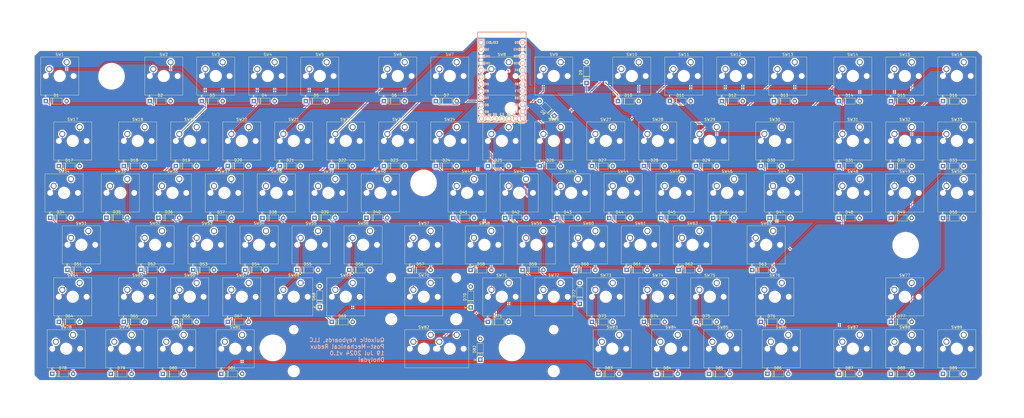
<source format=kicad_pcb>
(kicad_pcb (version 20240108) (generator "pcbnew") (generator_version "8.0")
  (title_block (title "Post-Mechanical Redux") (date "2024-07-10") (rev "1.0") (company "Quixotic Keyboards, LLC"))
  (layers (0 "F.Cu" signal) (31 "B.Cu" signal) (34 "B.Paste" user) (35 "F.Paste" user) (36 "B.SilkS" user "B.Silkscreen") (37 "F.SilkS" user "F.Silkscreen") (38 "B.Mask" user) (39 "F.Mask" user) (44 "Edge.Cuts" user))
  (net 0 "")
  (net 1 "Net-(D1-A)")
  (net 2 "Row0")
  (net 3 "Net-(D2-A)")
  (net 4 "Net-(D3-A)")
  (net 5 "Net-(D4-A)")
  (net 6 "Net-(D5-A)")
  (net 7 "Net-(D6-A)")
  (net 8 "Net-(D7-A)")
  (net 9 "Net-(D8-A)")
  (net 10 "Net-(D9-A)")
  (net 11 "Net-(D10-A)")
  (net 12 "Net-(D11-A)")
  (net 13 "Net-(D12-A)")
  (net 14 "Net-(D13-A)")
  (net 15 "Net-(D14-A)")
  (net 16 "Net-(D15-A)")
  (net 17 "Net-(D16-A)")
  (net 18 "Net-(D17-A)")
  (net 19 "Row1")
  (net 20 "Net-(D18-A)")
  (net 21 "Net-(D19-A)")
  (net 22 "Net-(D20-A)")
  (net 23 "Net-(D21-A)")
  (net 24 "Net-(D22-A)")
  (net 25 "Net-(D23-A)")
  (net 26 "Row5")
  (net 27 "Net-(D24-A)")
  (net 28 "Net-(D25-A)")
  (net 29 "Net-(D26-A)")
  (net 30 "Net-(D27-A)")
  (net 31 "Net-(D28-A)")
  (net 32 "Net-(D29-A)")
  (net 33 "Net-(D30-A)")
  (net 34 "Net-(D31-A)")
  (net 35 "Net-(D32-A)")
  (net 36 "Net-(D33-A)")
  (net 37 "Row2")
  (net 38 "Net-(D34-A)")
  (net 39 "Net-(D35-A)")
  (net 40 "Net-(D36-A)")
  (net 41 "Net-(D37-A)")
  (net 42 "Net-(D38-A)")
  (net 43 "Net-(D39-A)")
  (net 44 "Net-(D40-A)")
  (net 45 "Net-(D41-A)")
  (net 46 "Net-(D42-A)")
  (net 47 "Net-(D43-A)")
  (net 48 "Net-(D44-A)")
  (net 49 "Net-(D45-A)")
  (net 50 "Net-(D46-A)")
  (net 51 "Net-(D51-A)")
  (net 52 "Row3")
  (net 53 "Net-(D52-A)")
  (net 54 "Net-(D53-A)")
  (net 55 "Net-(D54-A)")
  (net 56 "Net-(D55-A)")
  (net 57 "Net-(D56-A)")
  (net 58 "Net-(D57-A)")
  (net 59 "Net-(D58-A)")
  (net 60 "Net-(D59-A)")
  (net 61 "Net-(D60-A)")
  (net 62 "Net-(D61-A)")
  (net 63 "Net-(D62-A)")
  (net 64 "Net-(D63-A)")
  (net 65 "Net-(D64-A)")
  (net 66 "Net-(D65-A)")
  (net 67 "Net-(D66-A)")
  (net 68 "Net-(D67-A)")
  (net 69 "Row4")
  (net 70 "Net-(D68-A)")
  (net 71 "Net-(D69-A)")
  (net 72 "Net-(D70-A)")
  (net 73 "Net-(D71-A)")
  (net 74 "Net-(D72-A)")
  (net 75 "Net-(D73-A)")
  (net 76 "Net-(D74-A)")
  (net 77 "Net-(D75-A)")
  (net 78 "Net-(D76-A)")
  (net 79 "Net-(D77-A)")
  (net 80 "Net-(D78-A)")
  (net 81 "Net-(D79-A)")
  (net 82 "Net-(D80-A)")
  (net 83 "Net-(D81-A)")
  (net 84 "Net-(D82-A)")
  (net 85 "Net-(D83-A)")
  (net 86 "Net-(D84-A)")
  (net 87 "Net-(D85-A)")
  (net 88 "Net-(D86-A)")
  (net 89 "Net-(D87-A)")
  (net 90 "Col0")
  (net 91 "Col1")
  (net 92 "Col2")
  (net 93 "Col3")
  (net 94 "Col4")
  (net 95 "Col5")
  (net 96 "Col6")
  (net 97 "Col7")
  (net 98 "Col8")
  (net 99 "Col9")
  (net 100 "Col10")
  (net 101 "Col11")
  (net 102 "Col12")
  (net 103 "Col13")
  (net 104 "Col14")
  (net 105 "Col15")
  (net 106 "GND")
  (net 109 "+5V")
  (net 111 "Net-(D47-A)")
  (net 112 "Net-(D48-A)")
  (net 113 "Net-(D49-A)")
  (net 114 "Net-(D50-A)")
  (net 115 "Net-(D88-A)")
  (net 116 "Net-(D89-A)")
  (footprint "Diode_THT:D_DO-35_SOD27_P7.62mm_Horizontal" (layer "F.Cu") (at 111.5475 180.315)
    (property "Reference" "D81")
    (property "Value" "1N4148")
  )
  (footprint "Diode_THT:D_DO-35_SOD27_P7.62mm_Horizontal" (layer "F.Cu") (at 85.355 80.305)
    (property "Reference" "D2")
    (property "Value" "1N4148")
  )
  (footprint "Diode_THT:D_DO-35_SOD27_P7.62mm_Horizontal" (layer "F.Cu") (at 256.805 80.305)
    (property "Reference" "D10")
    (property "Value" "1N4148")
  )
  (footprint "Button_Switch_Keyboard:SW_Cherry_MX_1.00u_PCB" (layer "F.Cu") (at 345.3875 89.83)
    (property "Reference" "SW31")
    (property "Value" "SW_Push")
  )
  (footprint "Button_Switch_Keyboard:SW_Cherry_MX_1.00u_PCB" (layer "F.Cu") (at 293.0025 146.9775)
    (property "Reference" "SW75")
    (property "Value" "SW_Push")
  )
  (footprint "Diode_THT:D_DO-35_SOD27_P7.62mm_Horizontal" (layer "F.Cu") (at 142.505 80.305)
    (property "Reference" "D5")
    (property "Value" "1N4148")
  )
  (footprint "Button_Switch_Keyboard:SW_Cherry_MX_1.50u_PCB" (layer "F.Cu") (at 316.815 146.9775)
    (property "Reference" "SW76")
    (property "Value" "SW_Push")
  )
  (footprint "Button_Switch_Keyboard:SW_Cherry_MX_1.00u_PCB" (layer "F.Cu") (at 216.805 89.8275)
    (property "Reference" "SW25")
    (property "Value" "SW_Push")
  )
  (footprint "Diode_THT:D_DO-35_SOD27_P7.62mm_Horizontal" (layer "F.Cu") (at 285.385 104.115)
    (property "Reference" "D29")
    (property "Value" "1N4148")
  )
  (footprint "Diode_THT:D_DO-35_SOD27_P7.62mm_Horizontal" (layer "F.Cu") (at 94.8825 161.265)
    (property "Reference" "D66")
    (property "Value" "1N4148")
  )
  (footprint "Diode_THT:D_DO-35_SOD27_P7.62mm_Horizontal" (layer "F.Cu") (at 47.255 80.305)
    (property "Reference" "D1")
    (property "Value" "1N4148")
  )
  (footprint "Diode_THT:D_DO-35_SOD27_P7.62mm_Horizontal" (layer "F.Cu") (at 71.06625 180.315)
    (property "Reference" "D79")
    (property "Value" "1N4148")
  )
  (footprint "Button_Switch_Keyboard:SW_Cherry_MX_1.00u_PCB" (layer "F.Cu") (at 97.73625 166.0275)
    (property "Reference" "SW80")
    (property "Value" "SW_Push")
  )
  (footprint "Diode_THT:D_DO-35_SOD27_P7.62mm_Horizontal" (layer "F.Cu") (at 233.51 85.6725 135)
    (property "Reference" "D8")
    (property "Value" "1N4148")
  )
  (footprint "Button_Switch_Keyboard:SW_Cherry_MX_1.00u_PCB" (layer "F.Cu") (at 267.605 127.9275)
    (property "Reference" "SW61")
    (property "Value" "SW_Push")
  )
  (footprint "Button_Switch_Keyboard:SW_Cherry_MX_1.00u_PCB" (layer "F.Cu") (at 159.655 89.8275)
    (property "Reference" "SW22")
    (property "Value" "SW_Push")
  )
  (footprint "Button_Switch_Keyboard:SW_Cherry_MX_1.00u_PCB" (layer "F.Cu") (at 102.5025 146.9775)
    (property "Reference" "SW66")
    (property "Value" "SW_Push")
  )
  (footprint "Button_Switch_Keyboard:SW_Cherry_MX_1.00u_PCB" (layer "F.Cu") (at 297.76125 166.0275)
    (property "Reference" "SW85")
    (property "Value" "SW_Push")
  )
  (footprint "Button_Switch_Keyboard:SW_Cherry_MX_1.00u_PCB" (layer "F.Cu") (at 140.605 89.8275)
    (property "Reference" "SW21")
    (property "Value" "SW_Push")
  )
  (footprint "Diode_THT:D_DO-35_SOD27_P7.62mm_Horizontal" (layer "F.Cu") (at 245.31 73.6325 90)
    (property "Reference" "D9")
    (property "Value" "1N4148")
  )
  (footprint "Button_Switch_Keyboard:SW_Cherry_MX_1.00u_PCB" (layer "F.Cu") (at 248.555 127.9275)
    (property "Reference" "SW60")
    (property "Value" "SW_Push")
  )
  (footprint "Diode_THT:D_DO-35_SOD27_P7.62mm_Horizontal" (layer "F.Cu") (at 247.2825 161.265)
    (property "Reference" "D73")
    (property "Value" "1N4148")
  )
  (footprint "Diode_THT:D_DO-35_SOD27_P7.62mm_Horizontal" (layer "F.Cu") (at 196.485 123.165)
    (property "Reference" "D41")
    (property "Value" "1N4148")
  )
  (footprint "Diode_THT:D_DO-35_SOD27_P7.62mm_Horizontal" (layer "F.Cu") (at 152.0325 161.265)
    (property "Reference" "D69")
    (property "Value" "1N4148")
  )
  (footprint "Diode_THT:D_DO-35_SOD27_P7.62mm_Horizontal" (layer "F.Cu") (at 356.8175 104.1175)
    (property "Reference" "D32")
    (property "Value" "1N4148")
  )
  (footprint "Diode_THT:D_DO-35_SOD27_P7.62mm_Horizontal" (layer "F.Cu") (at 139.335 142.215)
    (property "Reference" "D55")
    (property "Value" "1N4148")
  )
  (footprint "Button_Switch_Keyboard:SW_Cherry_MX_1.00u_PCB" (layer "F.Cu") (at 345.3875 66.0175)
    (property "Reference" "SW14")
    (property "Value" "SW_Push")
  )
  (footprint "Diode_THT:D_DO-35_SOD27_P7.62mm_Horizontal" (layer "F.Cu") (at 113.9325 161.265)
    (property "Reference" "D67")
    (property "Value" "1N4148")
  )
  (footprint "Button_Switch_Keyboard:SW_Cherry_MX_1.00u_PCB" (layer "F.Cu") (at 197.755 89.8275)
    (property "Reference" "SW24")
    (property "Value" "SW_Push")
  )
  (footprint "Diode_THT:D_DO-35_SOD27_P7.62mm_Horizontal" (layer "F.Cu") (at 104.405 80.305)
    (property "Reference" "D3")
    (property "Value" "1N4148")
  )
  (footprint "Button_Switch_Keyboard:SW_Cherry_MX_1.00u_PCB" (layer "F.Cu") (at 229.505 127.9275)
    (property "Reference" "SW59")
    (property "Value" "SW_Push")
  )
  (footprint "Button_Switch_Keyboard:SW_Cherry_MX_1.00u_PCB" (layer "F.Cu") (at 153.3 108.88125)
    (property "Reference" "SW39")
    (property "Value" "SW_Push")
  )
  (footprint "Button_Switch_Keyboard:SW_Cherry_MX_1.00u_PCB" (layer "F.Cu") (at 115.2 108.88125)
    (property "Reference" "SW37")
    (property "Value" "SW_Push")
  )
  (footprint "Button_Switch_Keyboard:SW_Cherry_MX_1.00u_PCB" (layer "F.Cu") (at 242.205 108.8775)
    (property "Reference" "SW43")
    (property "Value" "SW_Push")
  )
  (footprint "Button_Switch_Keyboard:SW_Cherry_MX_1.00u_PCB" (layer "F.Cu") (at 134.25 108.88125)
    (property "Reference" "SW38")
    (property "Value" "SW_Push")
  )
  (footprint "Diode_THT:D_DO-35_SOD27_P7.62mm_Horizontal" (layer "F.Cu") (at 69.46 123.0625)
    (property "Reference" "D35")
    (property "Value" "1N4148")
  )
  (footprint "Diode_THT:D_DO-35_SOD27_P7.62mm_Horizontal" (layer "F.Cu") (at 113.885 104.0675)
    (property "Reference" "D20")
    (property "Value" "1N4148")
  )
  (footprint "Button_Switch_Keyboard:SW_Cherry_MX_1.00u_PCB" (layer "F.Cu") (at 150.125 66.0175)
    (property "Reference" "SW5")
    (property "Value" "SW_Push")
  )
  (footprint "Button_Switch_Keyboard:SW_Cherry_MX_1.00u_PCB" (layer "F.Cu") (at 293.005 89.8275)
    (property "Reference" "SW29")
    (property "Value" "SW_Push")
  )
  (footprint "Button_Switch_Keyboard:SW_Cherry_MX_1.00u_PCB" (layer "F.Cu") (at 364.4375 66.0175)
    (property "Reference" "SW15")
    (property "Value" "SW_Push")
  )
  (footprint "Button_Switch_Keyboard:SW_Cherry_MX_1.00u_PCB" (layer "F.Cu") (at 254.905 89.8275)
    (property "Reference" "SW27")
    (property "Value" "SW_Push")
  )
  (footprint "Button_Switch_Keyboard:SW_Cherry_MX_1.00u_PCB" (layer "F.Cu") (at 286.655 127.9275)
    (property "Reference" "SW62")
    (property "Value" "SW_Push")
  )
  (footprint "Button_Switch_Keyboard:SW_Cherry_MX_1.00u_PCB" (layer "F.Cu") (at 302.525 66.0175)
    (property "Reference" "SW12")
    (property "Value" "SW_Push")
  )
  (footprint "Diode_THT:D_DO-35_SOD27_P7.62mm_Horizontal" (layer "F.Cu") (at 234.585 123.165)
    (property "Reference" "D43")
    (property "Value" "1N4148")
  )
  (footprint "Diode_THT:D_DO-35_SOD27_P7.62mm_Horizontal" (layer "F.Cu") (at 147.58 155.7725 90)
    (property "Reference" "D68")
    (property "Value" "1N4148")
  )
  (footprint "Diode_THT:D_DO-35_SOD27_P7.62mm_Horizontal" (layer "F.Cu") (at 337.73 123.165)
    (property "Reference" "D48")
    (property "Value" "1N4148")
  )
  (footprint "Dholydai_MX:SW_Cherry_MX_1.1666u_PCB" (layer "F.Cu") (at 319.99 108.8775)
    (property "Reference" "SW47")
    (property "Value" "SW_Push")
  )
  (footprint "Diode_THT:D_DO-35_SOD27_P7.62mm_Horizontal" (layer "F.Cu") (at 242.85 154.6425 90)
    (property "Reference" "D72")
    (property "Value" "1N4148")
  )
  (footprint "Button_Switch_Keyboard:SW_Cherry_MX_1.00u_PCB" (layer "F.Cu") (at 273.955 89.8275)
    (property "Reference" "SW28")
    (property "Value" "SW_Push")
  )
  (footprint "Button_Switch_Keyboard:SW_Cherry_MX_1.00u_PCB" (layer "F.Cu") (at 223.155 108.8775)
    (property "Reference" "SW42")
    (property "Value" "SW_Push")
  )
  (footprint "Diode_THT:D_DO-35_SOD27_P7.62mm_Horizontal" (layer "F.Cu") (at 171.08 80.305)
    (property "Reference" "D6")
    (property "Value" "1N4148")
  )
  (footprint "Diode_THT:D_DO-35_SOD27_P7.62mm_Horizontal" (layer "F.Cu") (at 306.02 142.215)
    (property "Reference" "D63")
    (property "Value" "1N4148")
  )
  (footprint "Diode_THT:D_DO-35_SOD27_P7.62mm_Horizontal" (layer "F.Cu") (at 266.335 104.115)
    (property "Reference" "D28")
    (property "Value" "1N4148")
  )
  (footprint "Button_Switch_Keyboard:SW_Cherry_MX_1.00u_PCB" (layer "F.Cu") (at 261.255 108.8775)
    (property "Reference" "SW44")
    (property "Value" "SW_Push")
  )
  (footprint "Diode_THT:D_DO-35_SOD27_P7.62mm_Horizontal" (layer "F.Cu") (at 55.18 142.1825)
    (property "Reference" "D51")
    (property "Value" "1N4148")
  )
  (footprint "Button_Switch_Keyboard:SW_Cherry_MX_1.00u_PCB" (layer "F.Cu") (at 121.555 89.8275)
    (property "Reference" "SW20")
    (property "Value" "SW_Push")
  )
  (footprint "Diode_THT:D_DO-35_SOD27_P7.62mm_Horizontal" (layer "F.Cu") (at 240.935 142.215)
    (property "Reference" "D60")
    (property "Value" "1N4148")
  )
  (footprint "Diode_THT:D_DO-35_SOD27_P7.62mm_Horizontal" (layer "F.Cu") (at 202.88 155.9425 90)
    (property "Reference" "D70")
    (property "Value" "1N4148")
  )
  (footprint "Button_Switch_Keyboard:SW_Cherry_MX_1.00u_PCB" (layer "F.Cu") (at 89.805 127.9275)
    (property "Reference" "SW52")
    (property "Value" "SW_Push")
  )
  (footprint "Button_Switch_Keyboard:SW_Cherry_MX_1.00u_PCB" (layer "F.Cu") (at 299.355 108.8775)
    (property "Reference" "SW46")
    (property "Value" "SW_Push")
  )
  (footprint "Diode_THT:D_DO-35_SOD27_P7.62mm_Horizontal" (layer "F.Cu") (at 164.7 123.0825)
    (property "Reference" "D40")
    (property "Value" "1N4148")
  )
  (footprint "Button_Switch_Keyboard:SW_Cherry_MX_1.00u_PCB" (layer "F.Cu") (at 92.975 66.0175)
    (property "Reference" "SW2")
    (property "Value" "SW_Push")
  )
  (footprint "Button_Switch_Keyboard:SW_Cherry_MX_1.00u_PCB" (layer "F.Cu") (at 172.35 108.88125)
    (property "Reference" "SW40")
    (property "Value" "SW_Push")
  )
  (footprint "Diode_THT:D_DO-35_SOD27_P7.62mm_Horizontal" (layer "F.Cu") (at 101.235 142.215)
    (property "Reference" "D53")
    (property "Value" "1N4148")
  )
  (footprint "Dholydai_MX:SW_Cherry_MX_1.3333u_PCB" (layer "F.Cu") (at 188.23 127.9275)
    (property "Reference" "SW57")
    (property "Value" "SW_Push")
  )
  (footprint "Button_Switch_Keyboard:SW_Cherry_MX_1.00u_PCB" (layer "F.Cu") (at 102.505 89.8275)
    (property "Reference" "SW19")
    (property "Value" "SW_Push")
  )
  (footprint "Button_Switch_Keyboard:SW_Cherry_MX_1.00u_PCB" (layer "F.Cu") (at 83.4525 146.9775)
    (property "Reference" "SW65")
    (property "Value" "SW_Push")
  )
  (footprint "Button_Switch_Keyboard:SW_Cherry_MX_1.00u_PCB" (layer "F.Cu") (at 364.43 166.0275)
    (property "Reference" "SW88")
    (property "Value" "SW_Push")
  )
  (footprint "Button_Switch_Keyboard:SW_Cherry_MX_1.25u_PCB" (layer "F.Cu") (at 257.28 166.0275)
    (property "Reference" "SW83")
    (property "Value" "SW_Push")
  )
  (footprint "Diode_THT:D_DO-35_SOD27_P7.62mm_Horizontal" (layer "F.Cu") (at 272.685 123.165)
    (property "Reference" "D45")
    (property "Value" "1N4148")
  )
  (footprint "Diode_THT:D_DO-35_SOD27_P7.62mm_Horizontal" (layer "F.Cu") (at 190.13 80.305)
    (property "Reference" "D7")
    (property "Value" "1N4148")
  )
  (footprint "Diode_THT:D_DO-35_SOD27_P7.62mm_Horizontal" (layer "F.Cu") (at 88.51 123.0925)
    (property "Reference" "D36")
    (property "Value" "1N4148")
  )
  (footprint "Button_Switch_Keyboard:SW_Cherry_MX_1.25u_PCB" (layer "F.Cu") (at 57.255 166.0275)
    (property "Reference" "SW78")
    (property "Value" "SW_Push")
  )
  (footprint "Diode_THT:D_DO-35_SOD27_P7.62mm_Horizontal" (layer "F.Cu") (at 313.955 80.305)
    (property "Reference" "D13")
    (property "Value" "1N4148")
  )
  (footprint "Keebio_Parts:Elite-C" (layer "F.Cu") (at 214.29 72.7825 -90)
    (property "Reference" "U1" (hide yes))
    (property "Value" "Elite-C" (hide yes))
  )
  (footprint "Button_Switch_Keyboard:SW_Cherry_MX_1.00u_PCB" (layer "F.Cu") (at 108.855 127.9275)
    (property "Reference" "SW53")
    (property "Value" "SW_Push")
  )
  (footprint "Diode_THT:D_DO-35_SOD27_P7.62mm_Horizontal" (layer "F.Cu") (at 107.6 123.1625)
    (property "Reference" "D37")
    (property "Value" "1N4148")
  )
  (footprint "Diode_THT:D_DO-35_SOD27_P7.62mm_Horizontal" (layer "F.Cu") (at 291.735 123.165)
    (property "Reference" "D46")
    (property "Value" "1N4148")
  )
  (footprint "Diode_THT:D_DO-35_SOD27_P7.62mm_Horizontal" (layer "F.Cu") (at 253.635 123.165)
    (property "Reference" "D44")
    (property "Value" "1N4148")
  )
  (footprint "Button_Switch_Keyboard:SW_Cherry_MX_1.00u_PCB" (layer "F.Cu") (at 383.48 166.0275)
    (property "Reference" "SW89")
    (property "Value" "SW_Push")
  )
  (footprint "Diode_THT:D_DO-35_SOD27_P7.62mm_Horizontal" (layer "F.Cu") (at 52.02 161.265)
    (property "Reference" "D64")
    (property "Value" "1N4148")
  )
  (footprint "Button_Switch_Keyboard:SW_Cherry_MX_1.00u_PCB" (layer "F.Cu") (at 54.875 66.0175)
    (property "Reference" "SW1")
    (property "Value" "SW_Push")
  )
  (footprint "Button_Switch_Keyboard:SW_Cherry_MX_1.00u_PCB" (layer "F.Cu") (at 197.75 66.0175)
    (property "Reference" "SW7")
    (property "Value" "SW_Push")
  )
  (footprint "Diode_THT:D_DO-35_SOD27_P7.62mm_Horizontal" (layer "F.Cu") (at 94.885 104.115)
    (property "Reference" "D19")
    (property "Value" "1N4148")
  )
  (footprint "Dholydai_MX:SW_Cherry_MX_1.8333u_PCB" (layer "F.Cu") (at 62.815 127.9275)
    (property "Reference" "SW51")
    (property "Value" "SW_Push")
  )
  (footprint "Diode_THT:D_DO-35_SOD27_P7.62mm_Horizontal" (layer "F.Cu") (at 337.7675 80.305)
    (property "Reference" "D14")
    (property "Value" "1N4148")
  )
  (footprint "Diode_THT:D_DO-35_SOD27_P7.62mm_Horizontal" (layer "F.Cu") (at 337.7675 104.1175)
    (property "Reference" "D31")
    (property "Value" "1N4148")
  )
  (footprint "Diode_THT:D_DO-35_SOD27_P7.62mm_Horizontal" (layer "F.Cu") (at 152.035 104.115)
    (property "Reference" "D22")
    (property "Value" "1N4148")
  )
  (footprint "Button_Switch_Keyboard:SW_Cherry_MX_1.00u_PCB" (layer "F.Cu") (at 140.6025 146.9775)
    (property "Reference" "SW68")
    (property "Value" "SW_Push")
  )
  (footprint "Diode_THT:D_DO-35_SOD27_P7.62mm_Horizontal" (layer "F.Cu") (at 206.41 175.1125 90)
    (property "Reference" "D82")
    (property "Value" "1N4148")
  )
  (footprint "Button_Switch_Keyboard:SW_Cherry_MX_1.00u_PCB" (layer "F.Cu") (at 264.425 66.0175)
    (property "Reference" "SW10")
    (property "Value" "SW_Push")
  )
  (footprint "Button_Switch_Keyboard:SW_Cherry_MX_1.00u_PCB" (layer "F.Cu") (at 345.38 166.0275)
    (property "Reference" "SW87")
    (property "Value" "SW_Push")
  )
  (footprint "Button_Switch_Keyboard:SW_Cherry_MX_1.00u_PCB" (layer "F.Cu") (at 216.8 66.0175)
    (property "Reference" "SW8")
    (property "Value" "SW_Push")
  )
  (footprint "Button_Switch_Keyboard:SW_Cherry_MX_1.00u_PCB" (layer "F.Cu") (at 273.9525 146.9775)
    (property "Reference" "SW74")
    (property "Value" "SW_Push")
  )
  (footprint "Button_Switch_Keyboard:SW_Cherry_MX_1.00u_PCB" (layer "F.Cu") (at 216.8025 146.9775)
    (property "Reference" "SW71")
    (property "Value" "SW_Push")
  )
  (footprint "Diode_THT:D_DO-35_SOD27_P7.62mm_Horizontal" (layer "F.Cu") (at 247.285 104.115)
    (property "Reference" "D27")
    (property "Value" "1N4148")
  )
  (footprint "Diode_THT:D_DO-35_SOD27_P7.62mm_Horizontal" (layer "F.Cu") (at 75.8325 161.265)
    (property "Reference" "D65")
    (property "Value" "1N4148")
  )
  (footprint "Diode_THT:D_DO-35_SOD27_P7.62mm_Horizontal" (layer "F.Cu") (at 249.66 180.315)
    (property "Reference" "D83")
    (property "Value" "1N4148")
  )
  (footprint "Button_Switch_Keyboard:SW_Cherry_MX_1.00u_PCB" (layer "F.Cu") (at 146.955 127.9275)
    (property "Reference" "SW55")
    (property "Value" "SW_Push")
  )
  (footprint "Button_Switch_Keyboard:SW_Cherry_MX_1.00u_PCB" (layer "F.Cu") (at 235.85 66.0175)
    (property "Reference" "SW9")
    (property "Value" "SW_Push")
  )
  (footprint "Button_Switch_Keyboard:SW_Cherry_MX_1.00u_PCB" (layer "F.Cu") (at 178.705 89.8275)
    (property "Reference" "SW23")
    (property "Value" "SW_Push")
  )
  (footprint "Diode_THT:D_DO-35_SOD27_P7.62mm_Horizontal" (layer "F.Cu") (at 290.14125 180.315)
    (property "Reference" "D85")
    (property "Value" "1N4148")
  )
  (footprint "Button_Switch_Keyboard:SW_Cherry_MX_1.00u_PCB" (layer "F.Cu") (at 364.44 89.8325)
    (property "Reference" "SW32")
    (property "Value" "SW_Push")
  )
  (footprint "Button_Switch_Keyboard:SW_Cherry_MX_1.00u_PCB" (layer "F.Cu") (at 159.6525 146.9775)
    (property "Reference" "SW69")
    (property "Value" "SW_Push")
  )
  (footprint "Button_Switch_Keyboard:SW_Cherry_MX_1.00u_PCB" (layer "F.Cu") (at 278.71125 166.0275)
    (property "Reference" "SW84")
    (property "Value" "SW_Push")
  )
  (footprint "Button_Switch_Keyboard:SW_Cherry_MX_1.00u_PCB" (layer "F.Cu") (at 283.475 66.0175)
    (property "Reference" "SW11")
    (property "Value" "SW_Push")
  )
  (footprint "Dholydai_MX:SW_Cherry_MX_6.00u_PCB_Stagger" (layer "F.Cu") (at 188.22375 166.0275)
    (property "Reference" "SW82")
    (property "Value" "SW_Push")
  )
  (footprint "Diode_THT:D_DO-35_SOD27_P7.62mm_Horizontal" (layer "F.Cu") (at 312.37 123.165)
    (property "Reference" "D47")
    (property "Value" "1N4148")
  )
  (footprint "Diode_THT:D_DO-35_SOD27_P7.62mm_Horizontal" (layer "F.Cu") (at 356.78 123.165)
    (property "Reference" "D49")
    (property "Value" "1N4148")
  )
  (footprint "Button_Switch_Keyboard:SW_Cherry_MX_1.00u_PCB" (layer "F.Cu") (at 210.455 127.9275)
    (property "Reference" "SW58")
    (property "Value" "SW_Push")
  )
  (footprint "Button_Switch_Keyboard:SW_Cherry_MX_1.00u_PCB" (layer "F.Cu") (at 235.8525 146.9775)
    (property "Reference" "SW72")
    (property "Value" "SW_Push")
  )
  (footprint "Button_Switch_Keyboard:SW_Cherry_MX_1.00u_PCB" (layer "F.Cu") (at 383.49 89.8325)
    (property "Reference" "SW33")
    (property "Value" "SW_Push")
  )
  (footprint "Diode_THT:D_DO-35_SOD27_P7.62mm_Horizontal" (layer "F.Cu") (at 158.385 142.215)
    (property "Reference" "D56")
    (property "Value" "1N4148")
  )
  (footprint "Button_Switch_Keyboard:SW_Cherry_MX_1.00u_PCB" (layer "F.Cu") (at 383.4925 66.015)
    (property "Reference" "SW16")
    (property "Value" "SW_Push")
  )
  (footprint "Diode_THT:D_DO-35_SOD27_P7.62mm_Horizontal" (layer "F.Cu") (at 82.19 142.1725)
    (property "Reference" "D52")
    (property "Value" "1N4148")
  )
  (footprint "Diode_THT:D_DO-35_SOD27_P7.62mm_Horizontal" (layer "F.Cu") (at 123.455 80.305)
    (property "Reference" "D4")
    (property "Value" "1N4148")
  )
  (footprint "Button_Switch_Keyboard:SW_Cherry_MX_1.25u_PCB" (layer "F.Cu") (at 319.1925 166.0275)
    (property "Reference" "SW86")
    (property "Value" "SW_Push")
  )
  (footprint "Diode_THT:D_DO-35_SOD27_P7.62mm_Horizontal" (layer "F.Cu") (at 311.5725 180.315)
    (property "Reference" "D86")
    (property "Value" "1N4148")
  )
  (footprint "Button_Switch_Keyboard:SW_Cherry_MX_1.50u_PCB" (layer "F.Cu") (at 59.64 146.9775)
    (property "Reference" "SW64")
    (property "Value" "SW_Push")
  )
  (footprint "Button_Switch_Keyboard:SW_Cherry_MX_1.00u_PCB" (layer "F.Cu") (at 178.7 66.0175)
    (property "Reference" "SW6")
    (property "Value" "SW_Push")
  )
  (footprint "Button_Switch_Keyboard:SW_Cherry_MX_1.00u_PCB" (layer "F.Cu") (at 166.005 127.9275)
    (property "Reference" "SW56")
    (property "Value" "SW_Push")
  )
  (footprint "Button_Switch_Keyboard:SW_Cherry_MX_1.00u_PCB" (layer "F.Cu") (at 364.435 108.88)
    (property "Reference" "SW49")
    (property "Value" "SW_Push")
  )
  (footprint "Diode_THT:D_DO-35_SOD27_P7.62mm_Horizontal" (layer "F.Cu") (at 126.62 123.1425)
    (property "Reference" "D38")
    (property "Value" "1N4148")
  )
  (footprint "Button_Switch_Keyboard:SW_Cherry_MX_1.50u_PCB" (layer "F.Cu") (at 59.6425 89.8275)
    (property "Reference" "SW17")
    (property "Value" "SW_Push")
  )
  (footprint "Diode_THT:D_DO-35_SOD27_P7.62mm_Horizontal" (layer "F.Cu") (at 221.885 142.215)
    (property "Reference" "D59")
    (property "Value" "1N4148")
  )
  (footprint "Button_Switch_Keyboard:SW_Cherry_MX_1.25u_PCB" (layer "F.Cu") (at 119.1675 166.0275)
    (property "Reference" "SW81")
    (property "Value" "SW_Push")
  )
  (footprint "Diode_THT:D_DO-35_SOD27_P7.62mm_Horizontal" (layer "F.Cu") (at 132.985 104.115)
    (property "Reference" "D21")
    (property "Value" "1N4148")
  )
  (footprint "Diode_THT:D_DO-35_SOD27_P7.62mm_Horizontal" (layer "F.Cu") (at 145.66 123.1025)
    (property "Reference" "D39")
    (property "Value" "1N4148")
  )
  (footprint "Diode_THT:D_DO-35_SOD27_P7.62mm_Horizontal" (layer "F.Cu") (at 215.535 123.165)
    (property "Reference" "D42")
    (property "Value" "1N4148")
  )
  (footprint "Button_Switch_Keyboard:SW_Cherry_MX_1.00u_PCB" (layer "F.Cu") (at 78.68625 166.0275)
    (property "Reference" "SW79")
    (property "Value" "SW_Push")
  )
  (footprint "Button_Switch_Keyboard:SW_Cherry_MX_1.00u_PCB" (layer "F.Cu") (at 280.305 108.8775)
    (property "Reference" "SW45")
    (property "Value" "SW_Push")
  )
  (footprint "Diode_THT:D_DO-35_SOD27_P7.62mm_Horizontal" (layer "F.Cu") (at 375.8725 80.3025)
    (property "Reference" "D16")
    (property "Value" "1N4148")
  )
  (footprint "Diode_THT:D_DO-35_SOD27_P7.62mm_Horizontal" (layer "F.Cu") (at 190.135 104.115)
    (property "Reference" "D24")
    (property "Value" "1N4148")
  )
  (footprint "Diode_THT:D_DO-35_SOD27_P7.62mm_Horizontal" (layer "F.Cu") (at 209.1825 161.265)
    (property "Reference" "D71")
    (property "Value" "1N4148")
  )
  (footprint "Button_Switch_Keyboard:SW_Cherry_MX_1.00u_PCB" (layer "F.Cu") (at 121.5525 146.9775)
    (property "Reference" "SW67")
    (property "Value" "SW_Push")
  )
  (footprint "Diode_THT:D_DO-35_SOD27_P7.62mm_Horizontal" (layer "F.Cu") (at 49.635 180.315)
    (property "Reference" "D78")
    (property "Value" "1N4148")
  )
  (footprint "Diode_THT:D_DO-35_SOD27_P7.62mm_Horizontal" (layer "F.Cu") (at 285.3825 161.265)
    (property "Reference" "D75")
    (property "Value" "1N4148")
  )
  (footprint "Diode_THT:D_DO-35_SOD27_P7.62mm_Horizontal" (layer "F.Cu") (at 90.11625 180.315)
    (property "Reference" "D80")
    (property "Value" "1N4148")
  )
  (footprint "Diode_THT:D_DO-35_SOD27_P7.62mm_Horizontal" (layer "F.Cu") (at 120.285 142.215)
    (property "Reference" "D54")
    (property "Value" "1N4148")
  )
  (footprint "Diode_THT:D_DO-35_SOD27_P7.62mm_Horizontal" (layer "F.Cu") (at 180.61 142.215)
    (property "Reference" "D57")
    (property "Value" "1N4148")
  )
  (footprint "Diode_THT:D_DO-35_SOD27_P7.62mm_Horizontal" (layer "F.Cu") (at 375.87 123.17)
    (property "Reference" "D50")
    (property "Value" "1N4148")
  )
  (footprint "Button_Switch_Keyboard:SW_Cherry_MX_1.00u_PCB" (layer "F.Cu") (at 235.855 89.8275)
    (property "Reference" "SW26")
    (property "Value" "SW_Push")
  )
  (footprint "Button_Switch_Keyboard:SW_Cherry_MX_1.00u_PCB" (layer "F.Cu") (at 96.15 108.88125)
    (property "Reference" "SW36")
    (property "Value" "SW_Push")
  )
  (footprint "Diode_THT:D_DO-35_SOD27_P7.62mm_Horizontal" (layer "F.Cu") (at 75.835 104.115)
    (property "Reference" "D18")
    (property "Value" "1N4148")
  )
  (footprint "Button_Switch_Keyboard:SW_Cherry_MX_1.50u_PCB" (layer "F.Cu") (at 316.8175 89.8275)
    (property "Reference" "SW30")
    (property "Value" "SW_Push")
  )
  (footprint "Diode_THT:D_DO-35_SOD27_P7.62mm_Horizontal" (layer "F.Cu") (at 309.1975 104.115)
    (property "Reference" "D30")
    (property "Value" "1N4148")
  )
  (footprint "Diode_THT:D_DO-35_SOD27_P7.62mm_Horizontal" (layer "F.Cu") (at 171.085 104.115)
    (property "Reference" "D23")
    (property "Value" "1N4148")
  )
  (footprint "Diode_THT:D_DO-35_SOD27_P7.62mm_Horizontal" (layer "F.Cu") (at 275.855 80.305)
    (property "Reference" "D11")
    (property "Value" "1N4148")
  )
  (footprint "Button_Switch_Keyboard:SW_Cherry_MX_1.00u_PCB" (layer "F.Cu") (at 131.075 66.0175)
    (property "Reference" "SW4")
    (property "Value" "SW_Push")
  )
  (footprint "Button_Switch_Keyboard:SW_Cherry_MX_1.00u_PCB" (layer "F.Cu") (at 77.1 108.88125)
    (property "Reference" "SW35")
    (property "Value" "SW_Push")
  )
  (footprint "Diode_THT:D_DO-35_SOD27_P7.62mm_Horizontal" (layer "F.Cu") (at 266.3325 161.265)
    (property "Reference" "D74")
    (property "Value" "1N4148")
  )
  (footprint "Diode_THT:D_DO-35_SOD27_P7.62mm_Horizontal" (layer "F.Cu") (at 271.09125 180.315)
    (property "Reference" "D84")
    (property "Value" "1N4148")
  )
  (footprint "Diode_THT:D_DO-35_SOD27_P7.62mm_Horizontal" (layer "F.Cu") (at 228.235 104.115)
    (property "Reference" "D26")
    (property "Value" "1N4148")
  )
  (footprint "Button_Switch_Keyboard:SW_Cherry_MX_1.00u_PCB" (layer "F.Cu") (at 127.905 127.9275)
    (property "Reference" "SW54")
    (property "Value" "SW_Push")
  )
  (footprint "Diode_THT:D_DO-35_SOD27_P7.62mm_Horizontal" (layer "F.Cu") (at 337.76 180.315)
    (property "Reference" "D87")
    (property "Value" "1N4148")
  )
  (footprint "Button_Switch_Keyboard:SW_Cherry_MX_1.00u_PCB" (layer "F.Cu") (at 112.025 66.0175)
    (property "Reference" "SW3")
    (property "Value" "SW_Push")
  )
  (footprint "Diode_THT:D_DO-35_SOD27_P7.62mm_Horizontal" (layer "F.Cu") (at 356.8175 80.305)
    (property "Reference" "D15")
    (property "Value" "1N4148")
  )
  (footprint "Button_Switch_Keyboard:SW_Cherry_MX_1.00u_PCB" (layer "F.Cu") (at 345.385 108.8775)
    (property "Reference" "SW48")
    (property "Value" "SW_Push")
  )
  (footprint "Button_Switch_Keyboard:SW_Cherry_MX_1.00u_PCB" (layer "F.Cu") (at 321.575 66.0175)
    (property "Reference" "SW13")
    (property "Value" "SW_Push")
  )
  (footprint "Diode_THT:D_DO-35_SOD27_P7.62mm_Horizontal" (layer "F.Cu") (at 48.85 123.1025)
    (property "Reference" "D34")
    (property "Value" "1N4148")
  )
  (footprint "Diode_THT:D_DO-35_SOD27_P7.62mm_Horizontal" (layer "F.Cu") (at 279.035 142.215)
    (property "Reference" "D62")
    (property "Value" "1N4148")
  )
  (footprint "Diode_THT:D_DO-35_SOD27_P7.62mm_Horizontal" (layer "F.Cu") (at 375.87 104.12)
    (property "Reference" "D33")
    (property "Value" "1N4148")
  )
  (footprint "Diode_THT:D_DO-35_SOD27_P7.62mm_Horizontal" (layer "F.Cu") (at 209.185 104.115)
    (property "Reference" "D25")
    (property "Value" "1N4148")
  )
  (footprint "Diode_THT:D_DO-35_SOD27_P7.62mm_Horizontal" (layer "F.Cu") (at 202.835 142.215)
    (property "Reference" "D58")
    (property "Value" "1N4148")
  )
  (footprint "Diode_THT:D_DO-35_SOD27_P7.62mm_Horizontal" (layer "F.Cu") (at 52.0225 104.115)
    (property "Reference" "D17")
    (property "Value" "1N4148")
  )
  (footprint "Button_Switch_Keyboard:SW_Cherry_MX_1.00u_PCB" (layer "F.Cu") (at 83.455 89.8275)
    (property "Reference" "SW18")
    (property "Value" "SW_Push")
  )
  (footprint "Button_Switch_Keyboard:SW_Cherry_MX_1.00u_PCB" (layer "F.Cu") (at 364.43 146.9775)
    (property "Reference" "SW77")
    (property "Value" "SW_Push")
  )
  (footprint "Diode_THT:D_DO-35_SOD27_P7.62mm_Horizontal" (layer "F.Cu") (at 259.985 142.215)
    (property "Reference" "D61")
    (property "Value" "1N4148")
  )
  (footprint "Button_Switch_Keyboard:SW_Cherry_MX_2.00u_PCB" (layer "F.Cu") (at 188.2275 146.9775)
    (property "Reference" "SW70")
    (property "Value" "SW_Push")
  )
  (footprint "Button_Switch_Keyboard:SW_Cherry_MX_1.00u_PCB" (layer "F.Cu") (at 383.49 108.8825)
    (property "Reference" "SW50")
    (property "Value" "SW_Push")
  )
  (footprint "Diode_THT:D_DO-35_SOD27_P7.62mm_Horizontal" (layer "F.Cu") (at 356.81 180.315)
    (property "Reference" "D88")
    (property "Value" "1N4148")
  )
  (footprint "Diode_THT:D_DO-35_SOD27_P7.62mm_Horizontal" (layer "F.Cu") (at 294.905 80.305)
    (property "Reference" "D12")
    (property "Value" "1N4148")
  )
  (footprint "Button_Switch_Keyboard:SW_Cherry_MX_1.00u_PCB" (layer "F.Cu") (at 254.9025 146.9775)
    (property "Reference" "SW73")
    (property "Value" "SW_Push")
  )
  (footprint "Diode_THT:D_DO-35_SOD27_P7.62mm_Horizontal" (layer "F.Cu") (at 375.86 180.315)
    (property "Reference" "D89")
    (property "Value" "1N4148")
  )
  (footprint "Dholydai_MX:SW_Cherry_MX_1.8333u_PCB" (layer "F.Cu") (at 313.64 127.9275)
    (property "Reference" "SW63")
    (property "Value" "SW_Push")
  )
  (footprint "Diode_THT:D_DO-35_SOD27_P7.62mm_Horizontal" (layer "F.Cu") (at 309.195 161.265)
    (property "Reference" "D76")
    (property "Value" "1N4148")
  )
  (footprint "Diode_THT:D_DO-35_SOD27_P7.62mm_Horizontal" (layer "F.Cu") (at 356.81 161.265)
    (property "Reference" "D77")
    (property "Value" "1N4148")
  )
  (footprint "Dholydai_MX:SW_Cherry_MX_1.1666u_PCB" (layer "F.Cu") (at 56.465 108.8775)
    (property "Reference" "SW34")
    (property "Value" "SW_Push")
  )
  (footprint "Button_Switch_Keyboard:SW_Cherry_MX_1.00u_PCB" (layer "F.Cu") (at 204.105 108.8775)
    (property "Reference" "SW41")
    (property "Value" "SW_Push")
  )
  (gr_line (start 42.8 181) (end 42.81 63.5625) (stroke (width 0.05)) (layer "Edge.Cuts"))
  (gr_circle (center 218 170.8) (end 222.5 170.8) (stroke (width 0.05)) (fill none) (layer "Edge.Cuts"))
  (gr_line (start 390.47 63.5625) (end 390.47 181) (stroke (width 0.05)) (layer "Edge.Cuts"))
  (gr_circle (center 217.7 82.9625) (end 219.7 82.9625) (stroke (width 0.05)) (fill none) (layer "Edge.Cuts"))
  (gr_circle (center 185.61 110.3) (end 190.11 110.3) (stroke (width 0.05)) (fill none) (layer "Edge.Cuts"))
  (gr_line (start 223.9 56.7) (end 204.7 56.7) (stroke (width 0.05)) (layer "Edge.Cuts"))
  (gr_circle (center 362.19 133.1325) (end 366.69 133.1325) (stroke (width 0.05)) (fill none) (layer "Edge.Cuts"))
  (gr_line (start 42.8 181) (end 44.8 183) (stroke (width 0.05)) (layer "Edge.Cuts"))
  (gr_line (start 388.47 183) (end 44.8 183) (stroke (width 0.05)) (layer "Edge.Cuts"))
  (gr_line (start 223.9 56.7) (end 228.767 61.5625) (stroke (width 0.05)) (layer "Edge.Cuts"))
  (gr_line (start 204.7 56.7) (end 199.84 61.5625) (stroke (width 0.05)) (layer "Edge.Cuts"))
  (gr_line (start 388.46 61.5625) (end 228.767 61.5625) (stroke (width 0.05)) (layer "Edge.Cuts"))
  (gr_line (start 44.81 61.5625) (end 42.81 63.5625) (stroke (width 0.05)) (layer "Edge.Cuts"))
  (gr_circle (center 71.325 71.2) (end 75.825 71.2) (stroke (width 0.05)) (fill none) (layer "Edge.Cuts"))
  (gr_line (start 388.47 183) (end 390.47 181) (stroke (width 0.05)) (layer "Edge.Cuts"))
  (gr_circle (center 130.41 170.8) (end 134.91 170.8) (stroke (width 0.05)) (fill none) (layer "Edge.Cuts"))
  (gr_line (start 388.46 61.5625) (end 390.47 63.5625) (stroke (width 0.05)) (layer "Edge.Cuts"))
  (gr_line (start 44.81 61.5625) (end 199.84 61.5625) (stroke (width 0.05)) (layer "Edge.Cuts"))
  (gr_text "Quixotic Keyboards, LLC\nPost-Mechanical Redux\n19 Jul 2024 v1.0\nDholydai\n" (at 171.46 176.0325 0) (layer "B.SilkS") (effects (font (size 1.5 1.5) (thickness 0.3) (bold yes)) (justify left bottom mirror)))
  (segment (start 54.875 66.0175) (end 54.875 80.305) (width 0.2) (layer "F.Cu") (net 1))
  (segment (start 356.8175 80.305) (end 355.7175 81.405) (width 0.2) (layer "F.Cu") (net 2))
  (segment (start 191.23 81.405) (end 198.205635 81.405) (width 0.2) (layer "F.Cu") (net 2))
  (segment (start 275.855 80.305) (end 276.955 81.405) (width 0.2) (layer "F.Cu") (net 2))
  (segment (start 293.805 81.405) (end 294.905 80.305) (width 0.2) (layer "F.Cu") (net 2))
  (segment (start 338.8675 81.405) (end 337.7675 80.305) (width 0.2) (layer "F.Cu") (net 2))
  (segment (start 256.805 80.305) (end 256.805 78.0175) (width 0.2) (layer "F.Cu") (net 2))
  (segment (start 206.97354 80.3125) (end 207.8463 81.18526) (width 0.2) (layer "F.Cu") (net 2))
  (segment (start 220.5463 87.9288) (end 231.2537 87.9288) (width 0.2) (layer "F.Cu") (net 2))
  (segment (start 233.51 85.6725) (end 237.464415 85.6725) (width 0.2) (layer "F.Cu") (net 2))
  (segment (start 355.7175 81.405) (end 338.8675 81.405) (width 0.2) (layer "F.Cu") (net 2))
  (segment (start 207.8463 84.7988) (end 208.6237 85.5762) (width 0.2) (layer "F.Cu") (net 2))
  (segment (start 198.205635 81.405) (end 199.301835 80.3088) (width 0.2) (layer "F.Cu") (net 2))
  (segment (start 199.3 80.3125) (end 206.97354 80.3125) (width 0.2) (layer "F.Cu") (net 2))
  (segment (start 219.37 86.7525) (end 220.5463 87.9288) (width 0.2) (layer "F.Cu") (net 2))
  (segment (start 199.301835 80.310665) (end 199.3 80.3125) (width 0.2) (layer "F.Cu") (net 2))
  (segment (start 256.805 78.0175) (end 252.41 73.6225) (width 0.2) (layer "F.Cu") (net 2))
  (segment (start 237.464415 85.6725) (end 245.31 77.826915) (width 0.2) (layer "F.Cu") (net 2))
  (segment (start 245.31 77.826915) (end 245.31 73.6325) (width 0.2) (layer "F.Cu") (net 2))
  (segment (start 218.1937 85.5762) (end 219.37 86.7525) (width 0.2) (layer "F.Cu") (net 2))
  (segment (start 199.301835 80.3088) (end 199.301835 80.310665) (width 0.2) (layer "F.Cu") (net 2))
  (segment (start 190.13 80.305) (end 191.23 81.405) (width 0.2) (layer "F.Cu") (net 2))
  (segment (start 207.8463 81.18526) (end 207.8463 84.7988) (width 0.2) (layer "F.Cu") (net 2))
  (segment (start 276.955 81.405) (end 293.805 81.405) (width 0.2) (layer "F.Cu") (net 2))
  (segment (start 231.2537 87.9288) (end 233.51 85.6725) (width 0.2) (layer "F.Cu") (net 2))
  (segment (start 208.6237 85.5762) (end 218.1937 85.5762) (width 0.2) (layer "F.Cu") (net 2))
  (via (at 252.41 73.6225) (size 0.6) (drill 0.3) (layers "F.Cu" "B.Cu") (net 2))
  (segment (start 131.533135 81.4025) (end 141.4075 81.4025) (width 0.2) (layer "B.Cu") (net 2))
  (segment (start 172.18 81.405) (end 189.03 81.405) (width 0.2) (layer "B.Cu") (net 2))
  (segment (start 357.9175 81.405) (end 374.77 81.405) (width 0.2) (layer "B.Cu") (net 2))
  (segment (start 105.505 81.405) (end 122.355 81.405) (width 0.2) (layer "B.Cu") (net 2))
  (segment (start 256.805 77.2875) (end 257.52 76.5725) (width 0.2) (layer "B.Cu") (net 2))
  (segment (start 336.6675 81.405) (end 337.7675 80.305) (width 0.2) (layer "B.Cu") (net 2))
  (segment (start 131.530635 81.405) (end 131.533135 81.4025) (width 0.2) (layer "B.Cu") (net 2))
  (segment (start 48.355 81.405) (end 84.255 81.405) (width 0.2) (layer "B.Cu") (net 2))
  (segment (start 313.955 80.305) (end 315.055 81.405) (width 0.2) (layer "B.Cu") (net 2))
  (segment (start 47.255 80.305) (end 48.355 81.405) (width 0.2) (layer "B.Cu") (net 2))
  (segment (start 141.4075 81.4025) (end 142.505 80.305) (width 0.2) (layer "B.Cu") (net 2))
  (segment (start 123.455 80.305) (end 124.555 81.405) (width 0.2) (layer "B.Cu") (net 2))
  (segment (start 294.905 80.305) (end 296.005 81.405) (width 0.2) (layer "B.Cu") (net 2))
  (segment (start 356.8175 80.305) (end 357.9175 81.405) (width 0.2) (layer "B.Cu") (net 2))
  (segment (start 312.855 81.405) (end 313.955 80.305) (width 0.2) (layer "B.Cu") (net 2))
  (segment (start 256.805 80.305) (end 256.805 77.2875) (width 0.2) (layer "B.Cu") (net 2))
  (segment (start 252.4 73.6325) (end 245.31 73.6325) (width 0.2) (layer "B.Cu") (net 2))
  (segment (start 257.52 76.5725) (end 272.13 76.5725) (width 0.2) (layer "B.Cu") (net 2))
  (segment (start 189.03 81.405) (end 190.13 80.305) (width 0.2) (layer "B.Cu") (net 2))
  (segment (start 84.255 81.405) (end 85.355 80.305) (width 0.2) (layer "B.Cu") (net 2))
  (segment (start 103.305 81.405) (end 104.405 80.305) (width 0.2) (layer "B.Cu") (net 2))
  (segment (start 124.555 81.405) (end 131.530635 81.405) (width 0.2) (layer "B.Cu") (net 2))
  (segment (start 275.855 80.2975) (end 275.855 80.305) (width 0.2) (layer "B.Cu") (net 2))
  (segment (start 143.605 81.405) (end 169.98 81.405) (width 0.2) (layer "B.Cu") (net 2))
  (segment (start 85.355 80.305) (end 86.455 81.405) (width 0.2) (layer "B.Cu") (net 2))
  (segment (start 142.505 80.305) (end 143.605 81.405) (width 0.2) (layer "B.Cu") (net 2))
  (segment (start 315.055 81.405) (end 336.6675 81.405) (width 0.2) (layer "B.Cu") (net 2))
  (segment (start 272.13 76.5725) (end 275.855 80.2975) (width 0.2) (layer "B.Cu") (net 2))
  (segment (start 252.41 73.6225) (end 252.4 73.6325) (width 0.2) (layer "B.Cu") (net 2))
  (segment (start 296.005 81.405) (end 312.855 81.405) (width 0.2) (layer "B.Cu") (net 2))
  (segment (start 171.08 80.305) (end 172.18 81.405) (width 0.2) (layer "B.Cu") (net 2))
  (segment (start 374.77 81.405) (end 375.8725 80.3025) (width 0.2) (layer "B.Cu") (net 2))
  (segment (start 86.455 81.405) (end 103.305 81.405) (width 0.2) (layer "B.Cu") (net 2))
  (segment (start 122.355 81.405) (end 123.455 80.305) (width 0.2) (layer "B.Cu") (net 2))
  (segment (start 169.98 81.405) (end 171.08 80.305) (width 0.2) (layer "B.Cu") (net 2))
  (segment (start 104.405 80.305) (end 105.505 81.405) (width 0.2) (layer "B.Cu") (net 2))
  (segment (start 92.975 66.0175) (end 92.975 80.305) (width 0.2) (layer "F.Cu") (net 3))
  (segment (start 112.025 66.0175) (end 112.025 80.305) (width 0.2) (layer "F.Cu") (net 4))
  (segment (start 131.075 66.0175) (end 131.075 80.305) (width 0.2) (layer "F.Cu") (net 5))
  (segment (start 150.125 66.0175) (end 150.125 80.305) (width 0.2) (layer "F.Cu") (net 6))
  (segment (start 178.7 80.305) (end 178.7 66.0175) (width 0.2) (layer "F.Cu") (net 7))
  (segment (start 197.75 80.305) (end 197.75 66.0175) (width 0.2) (layer "F.Cu") (net 8))
  (segment (start 216.8 66.0175) (end 216.8 66.0225) (width 0.2) (layer "F.Cu") (net 9))
  (segment (start 216.8 66.0225) (end 216.74 66.0825) (width 0.2) (layer "F.Cu") (net 9))
  (segment (start 217.99 67.2075) (end 217.99 71.5725) (width 0.2) (layer "B.Cu") (net 9))
  (segment (start 220.7337 74.3162) (end 220.7337 79.61974) (width 0.2) (layer "B.Cu") (net 9))
  (segment (start 216.8 66.0175) (end 217.99 67.2075) (width 0.2) (layer "B.Cu") (net 9))
  (segment (start 228.097392 80.3088) (end 228.121846 80.284346) (width 0.2) (layer "B.Cu") (net 9))
  (segment (start 220.7337 79.61974) (end 221.42276 80.3088) (width 0.2) (layer "B.Cu") (net 9))
  (segment (start 221.42276 80.3088) (end 228.097392 80.3088) (width 0.2) (layer "B.Cu") (net 9))
  (segment (start 217.99 71.5725) (end 220.7337 74.3162) (width 0.2) (layer "B.Cu") (net 9))
  (segment (start 235.865 66.0175) (end 235.87 66.0125) (width 0.2) (layer "F.Cu") (net 10))
  (segment (start 235.87 66.0125) (end 245.31 66.0125) (width 0.2) (layer "F.Cu") (net 10))
  (segment (start 235.85 66.0175) (end 235.865 66.0175) (width 0.2) (layer "F.Cu") (net 10))
  (segment (start 235.865 66.0175) (end 235.88 66.0025) (width 0.2) (layer "F.Cu") (net 10))
  (segment (start 264.425 66.0175) (end 264.425 80.305) (width 0.2) (layer "F.Cu") (net 11))
  (segment (start 283.475 66.0175) (end 283.475 80.305) (width 0.2) (layer "F.Cu") (net 12))
  (segment (start 302.525 66.0175) (end 302.525 80.305) (width 0.2) (layer "F.Cu") (net 13))
  (segment (start 321.575 66.0175) (end 321.575 80.305) (width 0.2) (layer "F.Cu") (net 14))
  (segment (start 345.3875 66.0175) (end 345.3875 80.305) (width 0.2) (layer "F.Cu") (net 15))
  (segment (start 364.4375 66.0175) (end 364.4375 80.305) (width 0.2) (layer "F.Cu") (net 16))
  (segment (start 383.4975 66.015) (end 383.5125 66) (width 0.2) (layer "F.Cu") (net 17))
  (segment (start 383.4925 66.015) (end 383.4925 80.3025) (width 0.2) (layer "F.Cu") (net 17))
  (segment (start 59.6425 89.8275) (end 59.6425 104.115) (width 0.2) (layer "F.Cu") (net 18))
  (segment (start 221.276955 104.1225) (end 217.205 100.050545) (width 0.2) (layer "F.Cu") (net 19))
  (segment (start 218.605 90.573085) (end 218.605 88.5275) (width 0.2) (layer "F.Cu") (net 19))
  (segment (start 228.235 104.115) (end 228.2275 104.1225) (width 0.2) (layer "F.Cu") (net 19))
  (segment (start 228.2275 104.1225) (end 221.276955 104.1225) (width 0.2) (layer "F.Cu") (net 19))
  (segment (start 229.335 103.015) (end 228.235 104.115) (width 0.2) (layer "F.Cu") (net 19))
  (segment (start 217.205 100.050545) (end 217.205 91.973085) (width 0.2) (layer "F.Cu") (net 19))
  (segment (start 247.285 104.115) (end 246.185 103.015) (width 0.2) (layer "F.Cu") (net 19))
  (segment (start 246.185 103.015) (end 229.335 103.015) (width 0.2) (layer "F.Cu") (net 19))
  (segment (start 218.605 88.5275) (end 216.83 86.7525) (width 0.2) (layer "F.Cu") (net 19))
  (segment (start 217.205 91.973085) (end 218.605 90.573085) (width 0.2) (layer "F.Cu") (net 19))
  (segment (start 52.0225 104.115) (end 53.3 105.3925) (width 0.2) (layer "B.Cu") (net 19))
  (segment (start 141.063135 105.2125) (end 150.9375 105.2125) (width 0.2) (layer "B.Cu") (net 19))
  (segment (start 74.5575 105.3925) (end 75.835 104.115) (width 0.2) (layer "B.Cu") (net 19))
  (segment (start 345.848135 105.2125) (end 355.7225 105.2125) (width 0.2) (layer "B.Cu") (net 19))
  (segment (start 337.7675 104.1175) (end 338.8675 105.2175) (width 0.2) (layer "B.Cu") (net 19))
  (segment (start 53.3 105.3925) (end 74.5575 105.3925) (width 0.2) (layer "B.Cu") (net 19))
  (segment (start 274.410635 105.215) (end 274.413135 105.2125) (width 0.2) (layer "B.Cu") (net 19))
  (segment (start 141.060635 105.215) (end 141.063135 105.2125) (width 0.2) (layer "B.Cu") (net 19))
  (segment (start 171.085 104.115) (end 172.185 105.215) (width 0.2) (layer "B.Cu") (net 19))
  (segment (start 227.1375 105.2125) (end 228.235 104.115) (width 0.2) (layer "B.Cu") (net 19))
  (segment (start 210.285 105.215) (end 217.260635 105.215) (width 0.2) (layer "B.Cu") (net 19))
  (segment (start 285.385 104.115) (end 286.4925 105.2225) (width 0.2) (layer "B.Cu") (net 19))
  (segment (start 247.285 104.115) (end 248.385 105.215) (width 0.2) (layer "B.Cu") (net 19))
  (segment (start 317.275635 105.2125) (end 317.273135 105.215) (width 0.2) (layer "B.Cu") (net 19))
  (segment (start 337.7725 104.115) (end 336.675 105.2125) (width 0.2) (layer "B.Cu") (net 19))
  (segment (start 248.385 105.215) (end 255.360635 105.215) (width 0.2) (layer "B.Cu") (net 19))
  (segment (start 95.985 105.215) (end 94.885 104.115) (width 0.2) (layer "B.Cu") (net 19))
  (segment (start 102.963135 105.2125) (end 102.960635 105.215) (width 0.2) (layer "B.Cu") (net 19))
  (segment (start 217.263135 105.2125) (end 227.1375 105.2125) (width 0.2) (layer "B.Cu") (net 19))
  (segment (start 209.185 104.115) (end 210.285 105.215) (width 0.2) (layer "B.Cu") (net 19))
  (segment (start 267.435 105.215) (end 274.410635 105.215) (width 0.2) (layer "B.Cu") (net 19))
  (segment (start 172.185 105.215) (end 179.160635 105.215) (width 0.2) (layer "B.Cu") (net 19))
  (segment (start 336.675 105.2125) (end 317.275635 105.2125) (width 0.2) (layer "B.Cu") (net 19))
  (segment (start 338.8675 105.2175) (end 345.843135 105.2175) (width 0.2) (layer "B.Cu") (net 19))
  (segment (start 355.7225 105.2125) (end 356.8175 104.1175) (width 0.2) (layer "B.Cu") (net 19))
  (segment (start 255.360635 105.215) (end 255.363135 105.2125) (width 0.2) (layer "B.Cu") (net 19))
  (segment (start 102.960635 105.215) (end 95.985 105.215) (width 0.2) (layer "B.Cu") (net 19))
  (segment (start 160.110635 105.215) (end 160.113135 105.2125) (width 0.2) (layer "B.Cu") (net 19))
  (segment (start 113.885 104.0675) (end 112.74 105.2125) (width 0.2) (layer "B.Cu") (net 19))
  (segment (start 217.260635 105.215) (end 217.263135 105.2125) (width 0.2) (layer "B.Cu") (net 19))
  (segment (start 83.923135 105.2025) (end 93.7975 105.2025) (width 0.2) (layer "B.Cu") (net 19))
  (segment (start 190.135 104.115) (end 191.235 105.215) (width 0.2) (layer "B.Cu") (net 19))
  (segment (start 150.9375 105.2125) (end 152.035 104.115) (width 0.2) (layer "B.Cu") (net 19))
  (segment (start 169.9875 105.2125) (end 171.085 104.115) (width 0.2) (layer "B.Cu") (net 19))
  (segment (start 198.210635 105.215) (end 198.213135 105.2125) (width 0.2) (layer "B.Cu") (net 19))
  (segment (start 189.0375 105.2125) (end 190.135 104.115) (width 0.2) (layer "B.Cu") (net 19))
  (segment (start 191.235 105.215) (end 198.210635 105.215) (width 0.2) (layer "B.Cu") (net 19))
  (segment (start 284.2875 105.2125) (end 285.385 104.115) (width 0.2) (layer "B.Cu") (net 19))
  (segment (start 310.2975 105.215) (end 309.1975 104.115) (width 0.2) (layer "B.Cu") (net 19))
  (segment (start 131.9275 105.1725) (end 114.99 105.1725) (width 0.2) (layer "B.Cu") (net 19))
  (segment (start 93.7975 105.2025) (end 94.885 104.115) (width 0.2) (layer "B.Cu") (net 19))
  (segment (start 198.213135 105.2125) (end 208.0875 105.2125) (width 0.2) (layer "B.Cu") (net 19))
  (segment (start 255.363135 105.2125) (end 265.2375 105.2125) (width 0.2) (layer "B.Cu") (net 19))
  (segment (start 265.2375 105.2125) (end 266.335 104.115) (width 0.2) (layer "B.Cu") (net 19))
  (segment (start 75.835 104.115) (end 76.935 105.215) (width 0.2) (layer "B.Cu") (net 19))
  (segment (start 208.0875 105.2125) (end 209.185 104.115) (width 0.2) (layer "B.Cu") (net 19))
  (segment (start 179.160635 105.215) (end 179.163135 105.2125) (width 0.2) (layer "B.Cu") (net 19))
  (segment (start 317.273135 105.215) (end 310.2975 105.215) (width 0.2) (layer "B.Cu") (net 19))
  (segment (start 152.035 104.115) (end 153.135 105.215) (width 0.2) (layer "B.Cu") (net 19))
  (segment (start 112.74 105.2125) (end 102.963135 105.2125) (width 0.2) (layer "B.Cu") (net 19))
  (segment (start 132.985 104.115) (end 134.085 105.215) (width 0.2) (layer "B.Cu") (net 19))
  (segment (start 308.09 105.2225) (end 309.1975 104.115) (width 0.2) (layer "B.Cu") (net 19))
  (segment (start 160.113135 105.2125) (end 169.9875 105.2125) (width 0.2) (layer "B.Cu") (net 19))
  (segment (start 134.085 105.215) (end 141.060635 105.215) (width 0.2) (layer "B.Cu") (net 19))
  (segment (start 83.910635 105.215) (end 83.923135 105.2025) (width 0.2) (layer "B.Cu") (net 19))
  (segment (start 132.985 104.115) (end 131.9275 105.1725) (width 0.2) (layer "B.Cu") (net 19))
  (segment (start 153.135 105.215) (end 160.110635 105.215) (width 0.2) (layer "B.Cu") (net 19))
  (segment (start 286.4925 105.2225) (end 308.09 105.2225) (width 0.2) (layer "B.Cu") (net 19))
  (segment (start 345.843135 105.2175) (end 345.848135 105.2125) (width 0.2) (layer "B.Cu") (net 19))
  (segment (start 179.163135 105.2125) (end 189.0375 105.2125) (width 0.2) (layer "B.Cu") (net 19))
  (segment (start 274.413135 105.2125) (end 284.2875 105.2125) (width 0.2) (layer "B.Cu") (net 19))
  (segment (start 76.935 105.215) (end 83.910635 105.215) (width 0.2) (layer "B.Cu") (net 19))
  (segment (start 114.99 105.1725) (end 113.885 104.0675) (width 0.2) (layer "B.Cu") (net 19))
  (segment (start 266.335 104.115) (end 267.435 105.215) (width 0.2) (layer "B.Cu") (net 19))
  (segment (start 83.445 89.8149) (end 83.445 103.9899) (width 0.2) (layer "F.Cu") (net 20))
  (segment (start 102.505 89.8275) (end 102.505 104.115) (width 0.2) (layer "F.Cu") (net 21))
  (segment (start 121.555 89.8275) (end 121.555 104.0175) (width 0.2) (layer "F.Cu") (net 22))
  (segment (start 121.555 104.0175) (end 121.505 104.0675) (width 0.2) (layer "F.Cu") (net 22))
  (segment (start 140.605 89.8275) (end 140.605 104.115) (width 0.2) (layer "F.Cu") (net 23))
  (segment (start 159.655 89.8275) (end 159.655 104.115) (width 0.2) (layer "F.Cu") (net 24))
  (segment (start 178.705 89.8275) (end 178.705 104.115) (width 0.2) (layer "F.Cu") (net 25))
  (segment (start 211.9125 148.995) (end 211.9125 169.61) (width 0.2) (layer "F.Cu") (net 26))
  (segment (start 204.505 141.5875) (end 211.9125 148.995) (width 0.2) (layer "F.Cu") (net 26))
  (segment (start 206.995 130.6575) (end 206.941598 130.6575) (width 0.2) (layer "F.Cu") (net 26))
  (segment (start 207.845 110.7475) (end 207.845 129.8075) (width 0.2) (layer "F.Cu") (net 26))
  (segment (start 204.505 133.094098) (end 204.505 141.5875) (width 0.2) (layer "F.Cu") (net 26))
  (segment (start 206.67 81.6725) (end 205.4937 82.8488) (width 0.2) (layer "F.Cu") (net 26))
  (segment (start 207.845 129.8075) (end 206.995 130.6575) (width 0.2) (layer "F.Cu") (net 26))
  (segment (start 205.4937 108.3962) (end 207.845 110.7475) (width 0.2) (layer "F.Cu") (net 26))
  (segment (start 206.941598 130.6575) (end 204.505 133.094098) (width 0.2) (layer "F.Cu") (net 26))
  (segment (start 211.9125 169.61) (end 206.41 175.1125) (width 0.2) (layer "F.Cu") (net 26))
  (segment (start 205.4937 82.8488) (end 205.4937 108.3962) (width 0.2) (layer "F.Cu") (net 26))
  (segment (start 89.01625 179.215) (end 90.11625 180.315) (width 0.2) (layer "B.Cu") (net 26))
  (segment (start 50.735 179.215) (end 69.96625 179.215) (width 0.2) (layer "B.Cu") (net 26))
  (segment (start 355.71 179.21) (end 356.81 180.31) (width 0.2) (layer "B.Cu") (net 26))
  (segment (start 91.21625 179.215) (end 110.4475 179.215) (width 0.2) (layer "B.Cu") (net 26))
  (segment (start 356.81 180.31) (end 357.91 179.21) (width 0.2) (layer "B.Cu") (net 26))
  (segment (start 249.65875 180.315) (end 245.150404 175.806654) (width 0.2) (layer "B.Cu") (net 26))
  (segment (start 207.294154 175.806654) (end 206.4 174.9125) (width 0.2) (layer "B.Cu") (net 26))
  (segment (start 116.055846 175.806654) (end 205.505846 175.806654) (width 0.2) (layer "B.Cu") (net 26))
  (segment (start 289.04 179.215) (end 290.14 180.315) (width 0.2) (layer "B.Cu") (net 26))
  (segment (start 250.75875 179.215) (end 269.99 179.215) (width 0.2) (layer "B.Cu") (net 26))
  (segment (start 90.11625 180.315) (end 91.21625 179.215) (width 0.2) (layer "B.Cu") (net 26))
  (segment (start 271.09 180.315) (end 272.19 179.215) (width 0.2) (layer "B.Cu") (net 26))
  (segment (start 245.150404 175.806654) (end 207.294154 175.806654) (width 0.2) (layer "B.Cu") (net 26))
  (segment (start 69.96625 179.215) (end 71.06625 180.315) (width 0.2) (layer "B.Cu") (net 26))
  (segment (start 269.99 179.215) (end 271.09 180.315) (width 0.2) (layer "B.Cu") (net 26))
  (segment (start 110.4475 179.215) (end 111.5475 180.315) (width 0.2) (layer "B.Cu") (net 26))
  (segment (start 310.47125 179.215) (end 311.57125 180.315) (width 0.2) (layer "B.Cu") (net 26))
  (segment (start 205.505846 175.806654) (end 206.4 174.9125) (width 0.2) (layer "B.Cu") (net 26))
  (segment (start 71.06625 180.315) (end 72.16625 179.215) (width 0.2) (layer "B.Cu") (net 26))
  (segment (start 374.76 179.21) (end 375.86 180.31) (width 0.2) (layer "B.Cu") (net 26))
  (segment (start 337.76 180.31) (end 338.86 179.21) (width 0.2) (layer "B.Cu") (net 26))
  (segment (start 72.16625 179.215) (end 89.01625 179.215) (width 0.2) (layer "B.Cu") (net 26))
  (segment (start 249.65875 180.315) (end 250.75875 179.215) (width 0.2) (layer "B.Cu") (net 26))
  (segment (start 312.67125 179.215) (end 336.665 179.215) (width 0.2) (layer "B.Cu") (net 26))
  (segment (start 311.57125 180.315) (end 312.67125 179.215) (width 0.2) (layer "B.Cu") (net 26))
  (segment (start 111.5475 180.315) (end 116.055846 175.806654) (width 0.2) (layer "B.Cu") (net 26))
  (segment (start 338.86 179.21) (end 355.71 179.21) (width 0.2) (layer "B.Cu") (net 26))
  (segment (start 290.14 180.315) (end 291.24 179.215) (width 0.2) (layer "B.Cu") (net 26))
  (segment (start 272.19 179.215) (end 289.04 179.215) (width 0.2) (layer "B.Cu") (net 26))
  (segment (start 357.91 179.21) (end 374.76 179.21) (width 0.2) (layer "B.Cu") (net 26))
  (segment (start 336.665 179.215) (end 337.76 180.31) (width 0.2) (layer "B.Cu") (net 26))
  (segment (start 49.635 180.315) (end 50.735 179.215) (width 0.2) (layer "B.Cu") (net 26))
  (segment (start 291.24 179.215) (end 310.47125 179.215) (width 0.2) (layer "B.Cu") (net 26))
  (segment (start 197.755 89.8275) (end 197.755 104.115) (width 0.2) (layer "F.Cu") (net 27))
  (segment (start 216.805 89.8275) (end 216.805 104.115) (width 0.2) (layer "F.Cu") (net 28))
  (segment (start 235.855 89.8275) (end 235.855 104.115) (width 0.2) (layer "B.Cu") (net 29))
  (segment (start 254.905 89.8275) (end 254.905 104.115) (width 0.2) (layer "F.Cu") (net 30))
  (segment (start 273.955 89.8275) (end 273.955 104.115) (width 0.2) (layer "F.Cu") (net 31))
  (segment (start 293.005 89.8275) (end 293.005 104.115) (width 0.2) (layer "F.Cu") (net 32))
  (segment (start 316.8175 89.8275) (end 316.8175 104.115) (width 0.2) (layer "F.Cu") (net 33))
  (segment (start 345.3925 89.8275) (end 345.3925 104.115) (width 0.2) (layer "F.Cu") (net 34))
  (segment (start 364.4375 89.83) (end 364.4375 104.1175) (width 0.2) (layer "F.Cu") (net 35))
  (segment (start 383.49 89.8275) (end 383.49 104.0725) (width 0.2) (layer "F.Cu") (net 36))
  (segment (start 212.8 104.181128) (end 212.8 102.122598) (width 0.2) (layer "F.Cu") (net 37))
  (segment (start 206.6937 90.400172) (end 208.765072 88.3288) (width 0.2) (layer "F.Cu") (net 37))
  (segment (start 219.826372 111.2075) (end 212.8 104.181128) (width 0.2) (layer "F.Cu") (net 37))
  (segment (start 208.765072 88.3288) (end 212.7137 88.3288) (width 0.2) (layer "F.Cu") (net 37))
  (segment (start 223.365 114.061814) (end 223.365 112.818412) (width 0.2) (layer "F.Cu") (net 37))
  (segment (start 221.754088 111.2075) (end 219.826372 111.2075) (width 0.2) (layer "F.Cu") (net 37))
  (segment (start 206.6937 96.016298) (end 206.6937 90.400172) (width 0.2) (layer "F.Cu") (net 37))
  (segment (start 212.565685 101.888284) (end 206.6937 96.016298) (width 0.2) (layer "F.Cu") (net 37))
  (segment (start 223.365 112.818412) (end 223.130685 112.584098) (width 0.2) (layer "F.Cu") (net 37))
  (segment (start 212.8 102.122598) (end 212.565685 101.888284) (width 0.2) (layer "F.Cu") (net 37))
  (segment (start 234.585 123.165) (end 232.468186 123.165) (width 0.2) (layer "F.Cu") (net 37))
  (segment (start 212.7137 88.3288) (end 214.29 86.7525) (width 0.2) (layer "F.Cu") (net 37))
  (segment (start 232.468186 123.165) (end 223.365 114.061814) (width 0.2) (layer "F.Cu") (net 37))
  (segment (start 223.130685 112.584098) (end 221.754088 111.2075) (width 0.2) (layer "F.Cu") (net 37))
  (segment (start 89.61 124.1925) (end 88.51 123.0925) (width 0.2) (layer "B.Cu") (net 37))
  (segment (start 345.818135 124.2525) (end 355.6925 124.2525) (width 0.2) (layer "B.Cu") (net 37))
  (segment (start 311.27 124.265) (end 312.37 123.165) (width 0.2) (layer "B.Cu") (net 37))
  (segment (start 273.785 124.265) (end 290.635 124.265) (width 0.2) (layer "B.Cu") (net 37))
  (segment (start 144.52 124.2425) (end 127.72 124.2425) (width 0.2) (layer "B.Cu") (net 37))
  (segment (start 233.485 124.265) (end 234.585 123.165) (width 0.2) (layer "B.Cu") (net 37))
  (segment (start 126.62 123.1425) (end 125.4975 124.265) (width 0.2) (layer "B.Cu") (net 37))
  (segment (start 336.63 124.265) (end 337.73 123.165) (width 0.2) (layer "B.Cu") (net 37))
  (segment (start 108.7025 124.265) (end 107.6 123.1625) (width 0.2) (layer "B.Cu") (net 37))
  (segment (start 125.4975 124.265) (end 108.7025 124.265) (width 0.2) (layer "B.Cu") (net 37))
  (segment (start 195.4675 124.1825) (end 165.8 124.1825) (width 0.2) (layer "B.Cu") (net 37))
  (segment (start 214.435 124.265) (end 197.585 124.265) (width 0.2) (layer "B.Cu") (net 37))
  (segment (start 145.66 123.1025) (end 144.52 124.2425) (width 0.2) (layer "B.Cu") (net 37))
  (segment (start 88.51 123.0925) (end 87.44 124.1625) (width 0.2) (layer "B.Cu") (net 37))
  (segment (start 215.535 123.165) (end 214.435 124.265) (width 0.2) (layer "B.Cu") (net 37))
  (segment (start 271.585 124.265) (end 272.685 123.165) (width 0.2) (layer "B.Cu") (net 37))
  (segment (start 69.46 123.0625) (end 68.32 124.2025) (width 0.2) (layer "B.Cu") (net 37))
  (segment (start 345.805635 124.265) (end 345.818135 124.2525) (width 0.2) (layer "B.Cu") (net 37))
  (segment (start 252.535 124.265) (end 253.635 123.165) (width 0.2) (layer "B.Cu") (net 37))
  (segment (start 312.37 123.165) (end 313.47 124.265) (width 0.2) (layer "B.Cu") (net 37))
  (segment (start 235.685 124.265) (end 252.535 124.265) (width 0.2) (layer "B.Cu") (net 37))
  (segment (start 70.56 124.1625) (end 69.46 123.0625) (width 0.2) (layer "B.Cu") (net 37))
  (segment (start 338.83 124.265) (end 345.805635 124.265) (width 0.2) (layer "B.Cu") (net 37))
  (segment (start 106.57 124.1925) (end 89.61 124.1925) (width 0.2) (layer "B.Cu") (net 37))
  (segment (start 216.635 124.265) (end 233.485 124.265) (width 0.2) (layer "B.Cu") (net 37))
  (segment (start 215.535 123.165) (end 216.635 124.265) (width 0.2) (layer "B.Cu") (net 37))
  (segment (start 165.8 124.1825) (end 164.7 123.0825) (width 0.2) (layer "B.Cu") (net 37))
  (segment (start 254.735 124.265) (end 271.585 124.265) (width 0.2) (layer "B.Cu") (net 37))
  (segment (start 337.73 123.165) (end 338.83 124.265) (width 0.2) (layer "B.Cu") (net 37))
  (segment (start 49.95 124.2025) (end 48.85 123.1025) (width 0.2) (layer "B.Cu") (net 37))
  (segment (start 292.835 124.265) (end 311.27 124.265) (width 0.2) (layer "B.Cu") (net 37))
  (segment (start 290.635 124.265) (end 291.735 123.165) (width 0.2) (layer "B.Cu") (net 37))
  (segment (start 355.6925 124.2525) (end 356.78 123.165) (width 0.2) (layer "B.Cu") (net 37))
  (segment (start 163.58 124.2025) (end 146.76 124.2025) (width 0.2) (layer "B.Cu") (net 37))
  (segment (start 197.585 124.265) (end 196.485 123.165) (width 0.2) (layer "B.Cu") (net 37))
  (segment (start 164.7 123.0825) (end 163.58 124.2025) (width 0.2) (layer "B.Cu") (net 37))
  (segment (start 291.735 123.165) (end 292.835 124.265) (width 0.2) (layer "B.Cu") (net 37))
  (segment (start 196.485 123.165) (end 195.4675 124.1825) (width 0.2) (layer "B.Cu") (net 37))
  (segment (start 272.685 123.165) (end 273.785 124.265) (width 0.2) (layer "B.Cu") (net 37))
  (segment (start 234.585 123.165) (end 235.685 124.265) (width 0.2) (layer "B.Cu") (net 37))
  (segment (start 253.635 123.165) (end 254.735 124.265) (width 0.2) (layer "B.Cu") (net 37))
  (segment (start 127.72 124.2425) (end 126.62 123.1425) (width 0.2) (layer "B.Cu") (net 37))
  (segment (start 313.47 124.265) (end 336.63 124.265) (width 0.2) (layer "B.Cu") (net 37))
  (segment (start 87.44 124.1625) (end 70.56 124.1625) (width 0.2) (layer "B.Cu") (net 37))
  (segment (start 146.76 124.2025) (end 145.66 123.1025) (width 0.2) (layer "B.Cu") (net 37))
  (segment (start 107.6 123.1625) (end 106.57 124.1925) (width 0.2) (layer "B.Cu") (net 37))
  (segment (start 68.32 124.2025) (end 49.95 124.2025) (width 0.2) (layer "B.Cu") (net 37))
  (segment (start 56.465 108.8775) (end 56.465 123.0975) (width 0.2) (layer "F.Cu") (net 38))
  (segment (start 56.465 123.0975) (end 56.47 123.1025) (width 0.2) (layer "F.Cu") (net 38))
  (segment (start 77.1 123.0425) (end 77.08 123.0625) (width 0.2) (layer "F.Cu") (net 39))
  (segment (start 77.1 108.88125) (end 77.1 123.0425) (width 0.2) (layer "B.Cu") (net 39))
  (segment (start 77.1 123.0425) (end 77.08 123.0625) (width 0.2) (layer "B.Cu") (net 39))
  (segment (start 96.15 123.0725) (end 96.13 123.0925) (width 0.2) (layer "F.Cu") (net 40))
  (segment (start 96.15 108.88125) (end 96.15 123.0725) (width 0.2) (layer "F.Cu") (net 40))
  (segment (start 115.2 108.88125) (end 115.2 123.1425) (width 0.2) (layer "F.Cu") (net 41))
  (segment (start 115.2 123.1425) (end 115.22 123.1625) (width 0.2) (layer "F.Cu") (net 41))
  (segment (start 134.25 108.88125) (end 134.25 123.1325) (width 0.2) (layer "F.Cu") (net 42))
  (segment (start 134.25 123.1325) (end 134.24 123.1425) (width 0.2) (layer "F.Cu") (net 42))
  (segment (start 153.3 123.0825) (end 153.28 123.1025) (width 0.2) (layer "F.Cu") (net 43))
  (segment (start 153.3 108.88125) (end 153.3 123.0825) (width 0.2) (layer "F.Cu") (net 43))
  (segment (start 172.35 123.0525) (end 172.32 123.0825) (width 0.2) (layer "F.Cu") (net 44))
  (segment (start 172.35 108.88125) (end 172.35 123.0525) (width 0.2) (layer "F.Cu") (net 44))
  (segment (start 204.105 108.8875) (end 204.105 123.175) (width 0.2) (layer "F.Cu") (net 45))
  (segment (start 223.155 108.8775) (end 223.155 123.165) (width 0.2) (layer "B.Cu") (net 46))
  (segment (start 242.205 108.8875) (end 242.205 123.21875) (width 0.2) (layer "F.Cu") (net 47))
  (segment (start 261.255 108.8875) (end 261.255 123.175) (width 0.2) (layer "F.Cu") (net 48))
  (segment (start 280.305 108.8875) (end 280.305 123.175) (width 0.2) (layer "F.Cu") (net 49))
  (segment (start 299.355 108.8875) (end 299.355 123.175) (width 0.2) (layer "F.Cu") (net 50))
  (segment (start 62.815 142.1675) (end 62.8 142.1825) (width 0.2) (layer "F.Cu") (net 51))
  (segment (start 62.815 127.9275) (end 62.815 142.1675) (width 0.2) (layer "F.Cu") (net 51))
  (segment (start 221.588402 111.6075) (end 219.660686 111.6075) (width 0.2) (layer "F.Cu") (net 52))
  (segment (start 235.436814 124.265) (end 233.0025 124.265) (width 0.2) (layer "F.Cu") (net 52))
  (segment (start 240.935 142.215) (end 240.935 134.6975) (width 0.2) (layer "F.Cu") (net 52))
  (segment (start 240.437944 134.2075) (end 239.735 133.504556) (width 0.2) (layer "F.Cu") (net 52))
  (segment (start 156.8952 143.7048) (end 158.385 142.215) (width 0.2) (layer "F.Cu") (net 52))
  (segment (start 139.335 142.215) (end 140.8248 143.7048) (width 0.2) (layer "F.Cu") (net 52))
  (segment (start 212.4 104.346814) (end 212.4 102.288284) (width 0.2) (layer "F.Cu") (net 52))
  (segment (start 219.660686 111.6075) (end 212.4 104.346814) (width 0.2) (layer "F.Cu") (net 52))
  (segment (start 239.735 133.504556) (end 239.735 128.563186) (width 0.2) (layer "F.Cu") (net 52))
  (segment (start 171.6177 143.7048) (end 173.1075 142.215) (width 0.2) (layer "F.Cu") (net 52))
  (segment (start 208.599386 87.9288) (end 208.6037 87.9288) (width 0.2) (layer "F.Cu") (net 52))
  (segment (start 140.8248 143.7048) (end 156.8952 143.7048) (width 0.2) (layer "F.Cu") (net 52))
  (segment (start 173.1075 142.215) (end 180.61 142.215) (width 0.2) (layer "F.Cu") (net 52))
  (segment (start 206.2937 90.234486) (end 208.599386 87.9288) (width 0.2) (layer "F.Cu") (net 52))
  (segment (start 240.445 134.2075) (end 240.437944 134.2075) (width 0.2) (layer "F.Cu") (net 52))
  (segment (start 208.6163 87.9288) (end 210.5737 87.9288) (width 0.2) (layer "F.Cu") (net 52))
  (segment (start 158.385 142.215) (end 159.8748 143.7048) (width 0.2) (layer "F.Cu") (net 52))
  (segment (start 222.965 112.984098) (end 221.588402 111.6075) (width 0.2) (layer "F.Cu") (net 52))
  (segment (start 240.935 134.6975) (end 240.445 134.2075) (width 0.2) (layer "F.Cu") (net 52))
  (segment (start 210.5737 87.9288) (end 211.75 86.7525) (width 0.2) (layer "F.Cu") (net 52))
  (segment (start 222.965 114.2275) (end 222.965 112.984098) (width 0.2) (layer "F.Cu") (net 52))
  (segment (start 159.8748 143.7048) (end 171.6177 143.7048) (width 0.2) (layer "F.Cu") (net 52))
  (segment (start 206.2937 96.181984) (end 206.2937 90.234486) (width 0.2) (layer "F.Cu") (net 52))
  (segment (start 208.61 87.9225) (end 208.6163 87.9288) (width 0.2) (layer "F.Cu") (net 52))
  (segment (start 239.735 128.563186) (end 235.436814 124.265) (width 0.2) (layer "F.Cu") (net 52))
  (segment (start 212.4 102.288284) (end 206.2937 96.181984) (width 0.2) (layer "F.Cu") (net 52))
  (segment (start 208.6037 87.9288) (end 208.61 87.9225) (width 0.2) (layer "F.Cu") (net 52))
  (segment (start 233.0025 124.265) (end 222.965 114.2275) (width 0.2) (layer "F.Cu") (net 52))
  (segment (start 280.135 141.115) (end 304.92 141.115) (width 0.2) (layer "B.Cu") (net 52))
  (segment (start 119.185 143.315) (end 120.285 142.215) (width 0.2) (layer "B.Cu") (net 52))
  (segment (start 357.76 124.8825) (end 375.87 106.7725) (width 0.2) (layer "B.Cu") (net 52))
  (segment (start 100.1775 143.2725) (end 101.235 142.215) (width 0.2) (layer "B.Cu") (net 52))
  (segment (start 222.935 143.5825) (end 239.72 143.5825) (width 0.2) (layer "B.Cu") (net 52))
  (segment (start 138.235 143.315) (end 139.335 142.215) (width 0.2) (layer "B.Cu") (net 52))
  (segment (start 55.18 142.1825) (end 56.28 143.2825) (width 0.2) (layer "B.Cu") (net 52))
  (segment (start 102.335 143.315) (end 119.185 143.315) (width 0.2) (layer "B.Cu") (net 52))
  (segment (start 56.28 143.2825) (end 81.08 143.2825) (width 0.2) (layer "B.Cu") (net 52))
  (segment (start 312.084365 142.215) (end 329.416865 124.8825) (width 0.2) (layer "B.Cu") (net 52))
  (segment (start 83.29 143.2725) (end 100.1775 143.2725) (width 0.2) (layer "B.Cu") (net 52))
  (segment (start 120.285 142.215) (end 121.385 143.315) (width 0.2) (layer "B.Cu") (net 52))
  (segment (start 306.02 142.215) (end 312.084365 142.215) (width 0.2) (layer "B.Cu") (net 52))
  (segment (start 240.935 142.3675) (end 240.935 142.215) (width 0.2) (layer "B.Cu") (net 52))
  (segment (start 375.87 106.7725) (end 375.87 104.12) (width 0.2) (layer "B.Cu") (net 52))
  (segment (start 101.235 142.215) (end 102.335 143.315) (width 0.2) (layer "B.Cu") (net 52))
  (segment (start 181.71 141.115) (end 201.735 141.115) (width 0.2) (layer "B.Cu") (net 52))
  (segment (start 81.08 143.2825) (end 82.19 142.1725) (width 0.2) (layer "B.Cu") (net 52))
  (segment (start 202.835 142.215) (end 203.935 141.115) (width 0.2) (layer "B.Cu") (net 52))
  (segment (start 201.735 141.115) (end 202.835 142.215) (width 0.2) (layer "B.Cu") (net 52))
  (segment (start 121.385 143.315) (end 138.235 143.315) (width 0.2) (layer "B.Cu") (net 52))
  (segment (start 279.035 142.215) (end 280.135 141.115) (width 0.2) (layer "B.Cu") (net 52))
  (segment (start 82.19 142.1725) (end 83.29 143.2725) (width 0.2) (layer "B.Cu") (net 52))
  (segment (start 242.035 141.115) (end 258.885 141.115) (width 0.2) (layer "B.Cu") (net 52))
  (segment (start 304.92 141.115) (end 306.02 142.215) (width 0.2) (layer "B.Cu") (net 52))
  (segment (start 277.935 141.115) (end 279.035 142.215) (width 0.2) (layer "B.Cu") (net 52))
  (segment (start 239.72 143.5825) (end 240.935 142.3675) (width 0.2) (layer "B.Cu") (net 52))
  (segment (start 220.4675 141.115) (end 222.935 143.5825) (width 0.2) (layer "B.Cu") (net 52))
  (segment (start 180.61 142.215) (end 181.71 141.115) (width 0.2) (layer "B.Cu") (net 52))
  (segment (start 329.416865 124.8825) (end 357.76 124.8825) (width 0.2) (layer "B.Cu") (net 52))
  (segment (start 261.085 141.115) (end 277.935 141.115) (width 0.2) (layer "B.Cu") (net 52))
  (segment (start 203.935 141.115) (end 220.4675 141.115) (width 0.2) (layer "B.Cu") (net 52))
  (segment (start 240.935 142.215) (end 242.035 141.115) (width 0.2) (layer "B.Cu") (net 52))
  (segment (start 259.985 142.215) (end 261.085 141.115) (width 0.2) (layer "B.Cu") (net 52))
  (segment (start 258.885 141.115) (end 259.985 142.215) (width 0.2) (layer "B.Cu") (net 52))
  (segment (start 89.805 127.9275) (end 89.805 142.1675) (width 0.2) (layer "F.Cu") (net 53))
  (segment (start 89.805 142.1675) (end 89.81 142.1725) (width 0.2) (layer "F.Cu") (net 53))
  (segment (start 108.855 127.9275) (end 108.855 142.215) (width 0.2) (layer "F.Cu") (net 54))
  (segment (start 127.905 127.9275) (end 127.905 142.215) (width 0.2) (layer "F.Cu") (net 55))
  (segment (start 146.955 127.9275) (end 146.955 142.215) (width 0.2) (layer "F.Cu") (net 56))
  (segment (start 166.005 127.9275) (end 166.005 142.215) (width 0.2) (layer "F.Cu") (net 57))
  (segment (start 188.235 142.1775) (end 188.195 142.2175) (width 0.2) (layer "F.Cu") (net 58))
  (segment (start 188.235 127.9275) (end 188.235 142.1775) (width 0.2) (layer "F.Cu") (net 58))
  (segment (start 210.455 127.9275) (end 210.455 142.215) (width 0.2) (layer "F.Cu") (net 59))
  (segment (start 229.505 127.9275) (end 229.505 142.215) (width 0.2) (layer "B.Cu") (net 60))
  (segment (start 248.555 127.9275) (end 248.555 142.215) (width 0.2) (layer "F.Cu") (net 61))
  (segment (start 267.605 127.9275) (end 267.605 142.215) (width 0.2) (layer "F.Cu") (net 62))
  (segment (start 286.655 142.215) (end 286.655 127.9275) (width 0.2) (layer "F.Cu") (net 63))
  (segment (start 313.645 142.1475) (end 313.725 142.2275) (width 0.2) (layer "F.Cu") (net 64))
  (segment (start 313.645 127.9275) (end 313.645 142.1475) (width 0.2) (layer "F.Cu") (net 64))
  (segment (start 59.64 146.9775) (end 59.64 161.2825) (width 0.2) (layer "F.Cu") (net 65))
  (segment (start 59.64 161.2825) (end 59.67 161.3125) (width 0.2) (layer "F.Cu") (net 65))
  (segment (start 83.45 161.265) (end 83.45 146.9775) (width 0.2) (layer "F.Cu") (net 66))
  (segment (start 102.5 146.9775) (end 102.5 161.265) (width 0.2) (layer "F.Cu") (net 67))
  (segment (start 121.55 146.9775) (end 121.55 161.265) (width 0.2) (layer "F.Cu") (net 68))
  (segment (start 248.38 162.3775) (end 265.23 162.3775) (width 0.2) (layer "F.Cu") (net 69))
  (segment (start 286.48 162.3775) (end 308.0925 162.3775) (width 0.2) (layer "F.Cu") (net 69))
  (segment (start 285.38 161.2775) (end 286.48 162.3775) (width 0.2) (layer "F.Cu") (net 69))
  (segment (start 265.23 162.3775) (end 266.33 161.2775) (width 0.2) (layer "F.Cu") (net 69))
  (segment (start 212 104.5125) (end 218.205 110.7175) (width 0.2) (layer "F.Cu") (net 69))
  (segment (start 266.33 161.2775) (end 267.43 162.3775) (width 0.2) (layer "F.Cu") (net 69))
  (segment (start 147.58 156.815) (end 152.03 161.265) (width 0.2) (layer "F.Cu") (net 69))
  (segment (start 224.555 138.820635) (end 236.591865 150.8575) (width 0.2) (layer "F.Cu") (net 69))
  (segment (start 205.8937 90.0688) (end 205.8937 96.347671) (width 0.2) (layer "F.Cu") (net 69))
  (segment (start 212 102.453971) (end 212 104.5125) (width 0.2) (layer "F.Cu") (net 69))
  (segment (start 309.455 161.2775) (end 309.1925 161.2775) (width 0.2) (layer "F.Cu") (net 69))
  (segment (start 217.205 122.537601) (end 224.555 129.887601) (width 0.2) (layer "F.Cu") (net 69))
  (segment (start 224.555 129.887601) (end 224.555 138.820635) (width 0.2) (layer "F.Cu") (net 69))
  (segment (start 267.43 162.3775) (end 284.28 162.3775) (width 0.2) (layer "F.Cu") (net 69))
  (segment (start 236.591865 150.8575) (end 239.165 150.8575) (width 0.2) (layer "F.Cu") (net 69))
  (segment (start 218.205 112.984556) (end 217.205 113.984556) (width 0.2) (layer "F.Cu") (net 69))
  (segment (start 218.205 110.7175) (end 218.205 112.984556) (width 0.2) (layer "F.Cu") (net 69))
  (segment (start 239.165 150.8575) (end 242.88 154.5725) (width 0.2) (layer "F.Cu") (net 69))
  (segment (start 147.58 155.8125) (end 147.58 156.815) (width 0.2) (layer "F.Cu") (net 69))
  (segment (start 217.205 113.984556) (end 217.205 122.537601) (width 0.2) (layer "F.Cu") (net 69))
  (segment (start 308.0925 162.3775) (end 309.1925 161.2775) (width 0.2) (layer "F.Cu") (net 69))
  (segment (start 247.28 161.2775) (end 248.38 162.3775) (width 0.2) (layer "F.Cu") (net 69))
  (segment (start 209.21 86.7525) (end 205.8937 90.0688) (width 0.2) (layer "F.Cu") (net 69))
  (segment (start 205.8937 96.347671) (end 212 102.453971) (width 0.2) (layer "F.Cu") (net 69))
  (segment (start 284.28 162.3775) (end 285.38 161.2775) (width 0.2) (layer "F.Cu") (net 69))
  (segment (start 355.6925 162.3775) (end 356.81 161.26) (width 0.2) (layer "B.Cu") (net 69))
  (segment (start 93.78 162.365) (end 94.88 161.265) (width 0.2) (layer "B.Cu") (net 69))
  (segment (start 94.88 161.265) (end 95.98 162.365) (width 0.2) (layer "B.Cu") (net 69))
  (segment (start 134.91 160.1625) (end 150.9275 160.1625) (width 0.2) (layer "B.Cu") (net 69))
  (segment (start 53.15 162.4125) (end 52.05 161.3125) (width 0.2) (layer "B.Cu") (net 69))
  (segment (start 152.03 161.265) (end 157.3325 155.9625) (width 0.2) (layer "B.Cu") (net 69))
  (segment (start 75.83 161.265) (end 76.93 162.365) (width 0.2) (layer "B.Cu") (net 69))
  (segment (start 95.98 162.365) (end 112.83 162.365) (width 0.2) (layer "B.Cu") (net 69))
  (segment (start 208.1825 161.265) (end 202.88 155.9625) (width 0.2) (layer "B.Cu") (net 69))
  (segment (start 75.83 161.265) (end 74.6825 162.4125) (width 0.2) (layer "B.Cu") (net 69))
  (segment (start 242.88 154.5725) (end 242.88 156.865) (width 0.2) (layer "B.Cu") (net 69))
  (segment (start 76.93 162.365) (end 93.78 162.365) (width 0.2) (layer "B.Cu") (net 69))
  (segment (start 74.6825 162.4125) (end 53.15 162.4125) (width 0.2) (layer "B.Cu") (net 69))
  (segment (start 375.87 141.460444) (end 356.81 160.520444) (width 0.2) (layer "B.Cu") (net 69))
  (segment (start 309.1925 161.2775) (end 310.2925 162.3775) (width 0.2) (layer "B.Cu") (net 69))
  (segment (start 112.83 162.365) (end 113.93 161.265) (width 0.2) (layer "B.Cu") (net 69))
  (segment (start 157.3325 155.9625) (end 202.88 155.9625) (width 0.2) (layer "B.Cu") (net 69))
  (segment (start 375.87 123.17) (end 375.87 141.460444) (width 0.2) (layer "B.Cu") (net 69))
  (segment (start 209.18 161.265) (end 208.1825 161.265) (width 0.2) (layer "B.Cu") (net 69))
  (segment (start 113.93 161.265) (end 115.03 160.165) (width 0.2) (layer "B.Cu") (net 69))
  (segment (start 242.88 156.865) (end 247.28 161.265) (width 0.2) (layer "B.Cu") (net 69))
  (segment (start 134.9075 160.165) (end 134.91 160.1625) (width 0.2) (layer "B.Cu") (net 69))
  (segment (start 356.81 160.520444) (end 356.81 161.265) (width 0.2) (layer "B.Cu") (net 69))
  (segment (start 209.18 161.265) (end 215.8725 154.5725) (width 0.2) (layer "B.Cu") (net 69))
  (segment (start 215.8725 154.5725) (end 242.88 154.5725) (width 0.2) (layer "B.Cu") (net 69))
  (segment (start 150.9275 160.1625) (end 152.03 161.265) (width 0.2) (layer "B.Cu") (net 69))
  (segment (start 310.2925 162.3775) (end 355.6925 162.3775) (width 0.2) (layer "B.Cu") (net 69))
  (segment (start 115.03 160.165) (end 134.9075 160.165) (width 0.2) (layer "B.Cu") (net 69))
  (segment (start 146.365 146.9775) (end 147.58 148.1925) (width 0.2) (layer "F.Cu") (net 70))
  (segment (start 140.6 146.9775) (end 146.365 146.9775) (width 0.2) (layer "F.Cu") (net 70))
  (segment (start 159.65 146.9775) (end 159.65 161.265) (width 0.2) (layer "F.Cu") (net 71))
  (segment (start 188.27 146.9348) (end 188.21 146.9948) (width 0.2) (layer "F.Cu") (net 72))
  (segment (start 188.225 146.9775) (end 201.515 146.9775) (width 0.2) (layer "F.Cu") (net 72))
  (segment (start 201.515 146.9775) (end 202.88 148.3425) (width 0.2) (layer "F.Cu") (net 72))
  (segment (start 216.8 146.9775) (end 216.8 161.265) (width 0.2) (layer "F.Cu") (net 73))
  (segment (start 235.85 146.99) (end 242.8275 146.99) (width 0.2) (layer "F.Cu") (net 74))
  (segment (start 242.8275 146.99) (end 242.835 146.9975) (width 0.2) (layer "F.Cu") (net 74))
  (segment (start 254.9 146.9775) (end 254.9 161.265) (width 0.2) (layer "F.Cu") (net 75))
  (segment (start 273.95 146.9775) (end 273.95 161.265) (width 0.2) (layer "F.Cu") (net 76))
  (segment (start 293 146.9775) (end 293 161.265) (width 0.2) (layer "F.Cu") (net 77))
  (segment (start 316.8125 146.9775) (end 316.8125 161.265) (width 0.2) (layer "F.Cu") (net 78))
  (segment (start 364.43 146.9725) (end 364.43 161.26) (width 0.2) (layer "F.Cu") (net 79))
  (segment (start 57.255 166.0275) (end 57.255 180.315) (width 0.2) (layer "F.Cu") (net 80))
  (segment (start 78.68625 166.0275) (end 78.68625 180.315) (width 0.2) (layer "F.Cu") (net 81))
  (segment (start 97.73625 166.0275) (end 97.73625 180.315) (width 0.2) (layer "F.Cu") (net 82))
  (segment (start 119.1675 166.0275) (end 119.1675 180.315) (width 0.2) (layer "F.Cu") (net 83))
  (segment (start 205.135 166.0275) (end 206.4 167.2925) (width 0.2) (layer "F.Cu") (net 84))
  (segment (start 197.75 166.0275) (end 205.135 166.0275) (width 0.2) (layer "F.Cu") (net 84))
  (segment (start 188.225 166.0275) (end 197.75 166.0275) (width 0.2) (layer "B.Cu") (net 84))
  (segment (start 257.27875 166.0275) (end 257.27875 180.315) (width 0.2) (layer "F.Cu") (net 85))
  (segment (start 278.71 166.0275) (end 278.71 180.315) (width 0.2) (layer "F.Cu") (net 86))
  (segment (start 297.76 166.0275) (end 297.76 180.315) (width 0.2) (layer "F.Cu") (net 87))
  (segment (start 319.19125 166.0275) (end 319.19125 180.315) (width 0.2) (layer "F.Cu") (net 88))
  (segment (start 345.38 166.0225) (end 345.38 180.31) (width 0.2) (layer "F.Cu") (net 89))
  (segment (start 53.29 149.5175) (end 53.29 166.1825) (width 0.2) (layer "F.Cu") (net 90))
  (segment (start 48.525 87.6) (end 53.2925 92.3675) (width 0.2) (layer "F.Cu") (net 90))
  (segment (start 53.29 166.1825) (end 50.905 168.5675) (width 0.2) (layer "F.Cu") (net 90))
  (segment (start 56.465 146.3425) (end 53.29 149.5175) (width 0.2) (layer "F.Cu") (net 90))
  (segment (start 56.465 130.4675) (end 56.465 146.3425) (width 0.2) (layer "F.Cu") (net 90))
  (segment (start 53.2925 108.24) (end 50.115 111.4175) (width 0.2) (layer "F.Cu") (net 90))
  (segment (start 48.525 68.5575) (end 48.525 87.6) (width 0.2) (layer "F.Cu") (net 90))
  (segment (start 50.115 124.1175) (end 56.465 130.4675) (width 0.2) (layer "F.Cu") (net 90))
  (segment (start 50.115 111.4175) (end 50.115 124.1175) (width 0.2) (layer "F.Cu") (net 90))
  (segment (start 53.2925 92.3675) (end 53.2925 108.24) (width 0.2) (layer "F.Cu") (net 90))
  (segment (start 104.83 76.0825) (end 179.294313 76.0825) (width 0.2) (layer "B.Cu") (net 90))
  (segment (start 179.294313 76.0825) (end 192.154314 63.2225) (width 0.2) (layer "B.Cu") (net 90))
  (segment (start 88.204899 68.1575) (end 96.905 68.1575) (width 0.2) (layer "B.Cu") (net 90))
  (segment (start 48.57 68.5125) (end 66.934453 68.5125) (width 0.2) (layer "B.Cu") (net 90))
  (segment (start 86.240745 66.193346) (end 88.204899 68.1575) (width 0.2) (layer "B.Cu") (net 90))
  (segment (start 66.934453 68.5125) (end 69.253607 66.193346) (width 0.2) (layer "B.Cu") (net 90))
  (segment (start 96.905 68.1575) (end 104.83 76.0825) (width 0.2) (layer "B.Cu") (net 90))
  (segment (start 69.253607 66.193346) (end 86.240745 66.193346) (width 0.2) (layer "B.Cu") (net 90))
  (segment (start 48.525 68.5575) (end 48.57 68.5125) (width 0.2) (layer "B.Cu") (net 90))
  (segment (start 192.154314 63.2225) (end 200.66 63.2225) (width 0.2) (layer "B.Cu") (net 90))
  (segment (start 205.07 58.8125) (end 206.67 58.8125) (width 0.2) (layer "B.Cu") (net 90))
  (segment (start 200.66 63.2225) (end 205.07 58.8125) (width 0.2) (layer "B.Cu") (net 90))
  (segment (start 77.105 92.3675) (end 86.625 82.8475) (width 0.2) (layer "F.Cu") (net 91))
  (segment (start 82.929365 130.4675) (end 83.455 130.4675) (width 0.2) (layer "F.Cu") (net 91))
  (segment (start 77.105 92.3675) (end 77.105 105.5275) (width 0.2) (layer "F.Cu") (net 91))
  (segment (start 77.1 149.5175) (end 77.1 162.195) (width 0.2) (layer "F.Cu") (net 91))
  (segment (start 72.33625 166.95875) (end 72.33625 168.5675) (width 0.2) (layer "F.Cu") (net 91))
  (segment (start 78.930101 149.5175) (end 77.1 149.5175) (width 0.2) (layer "F.Cu") (net 91))
  (segment (start 70.75 111.42125) (end 70.75 118.288135) (width 0.2) (layer "F.Cu") (net 91))
  (segment (start 70.75 118.288135) (end 82.929365 130.4675) (width 0.2) (layer "F.Cu") (net 91))
  (segment (start 83.455 144.992601) (end 78.930101 149.5175) (width 0.2) (layer "F.Cu") (net 91))
  (segment (start 86.625 82.8475) (end 86.625 68.5575) (width 0.2) (layer "F.Cu") (net 91))
  (segment (start 77.105 105.5275) (end 71.215 111.4175) (width 0.2) (layer "F.Cu") (net 91))
  (segment (start 77.1 162.195) (end 72.33625 166.95875) (width 0.2) (layer "F.Cu") (net 91))
  (segment (start 83.455 130.4675) (end 83.455 144.992601) (width 0.2) (layer "F.Cu") (net 91))
  (segment (start 203.26 61.3525) (end 200.99 63.6225) (width 0.2) (layer "B.Cu") (net 91))
  (segment (start 179.459999 76.4825) (end 104.664314 76.4825) (width 0.2) (layer "B.Cu") (net 91))
  (segment (start 200.99 63.6225) (end 192.319999 63.6225) (width 0.2) (layer "B.Cu") (net 91))
  (segment (start 206.67 61.3525) (end 203.26 61.3525) (width 0.2) (layer "B.Cu") (net 91))
  (segment (start 96.739314 68.5575) (end 86.625 68.5575) (width 0.2) (layer "B.Cu") (net 91))
  (segment (start 192.319999 63.6225) (end 179.459999 76.4825) (width 0.2) (layer "B.Cu") (net 91))
  (segment (start 104.664314 76.4825) (end 96.739314 68.5575) (width 0.2) (layer "B.Cu") (net 91))
  (segment (start 102.505 130.4675) (end 102.505 144.992601) (width 0.2) (layer "F.Cu") (net 92))
  (segment (start 96.155 92.3675) (end 96.155 100.645) (width 0.2) (layer "F.Cu") (net 92))
  (segment (start 105.675 82.8475) (end 96.155 92.3675) (width 0.2) (layer "F.Cu") (net 92))
  (segment (start 89.795 107.005) (end 89.8 107.01) (width 0.2) (layer "F.Cu") (net 92))
  (segment (start 100.949366 130.4675) (end 102.505 130.4675) (width 0.2) (layer "F.Cu") (net 92))
  (segment (start 105.675 68.5575) (end 105.675 82.8475) (width 0.2) (layer "F.Cu") (net 92))
  (segment (start 96.155 100.645) (end 89.795 107.005) (width 0.2) (layer "F.Cu") (net 92))
  (segment (start 102.505 144.992601) (end 97.980101 149.5175) (width 0.2) (layer "F.Cu") (net 92))
  (segment (start 96.15 163.80375) (end 91.38625 168.5675) (width 0.2) (layer "F.Cu") (net 92))
  (segment (start 89.8 119.318134) (end 100.949366 130.4675) (width 0.2) (layer "F.Cu") (net 92))
  (segment (start 89.8 111.42125) (end 89.8 119.318134) (width 0.2) (layer "F.Cu") (net 92))
  (segment (start 96.15 149.5175) (end 96.15 163.80375) (width 0.2) (layer "F.Cu") (net 92))
  (segment (start 89.8 107.01) (end 89.8 111.42125) (width 0.2) (layer "F.Cu") (net 92))
  (segment (start 97.980101 149.5175) (end 96.15 149.5175) (width 0.2) (layer "F.Cu") (net 92))
  (segment (start 206.67 70.3362) (end 206.18276 70.3362) (width 0.2) (layer "B.Cu") (net 92))
  (segment (start 206.67 68.9725) (end 206.67 70.3362) (width 0.2) (layer "B.Cu") (net 92))
  (segment (start 106.7175 81.805) (end 96.155 92.3675) (width 0.2) (layer "B.Cu") (net 92))
  (segment (start 206.18276 70.3362) (end 204.6937 71.82526) (width 0.2) (layer "B.Cu") (net 92))
  (segment (start 204.6937 77.591742) (end 200.480442 81.805) (width 0.2) (layer "B.Cu") (net 92))
  (segment (start 204.6937 71.82526) (end 204.6937 77.591742) (width 0.2) (layer "B.Cu") (net 92))
  (segment (start 200.480442 81.805) (end 106.7175 81.805) (width 0.2) (layer "B.Cu") (net 92))
  (segment (start 121.555 130.4675) (end 121.555 143.1625) (width 0.2) (layer "F.Cu") (net 93))
  (segment (start 124.725 68.5575) (end 124.725 81.235) (width 0.2) (layer "F.Cu") (net 93))
  (segment (start 121.555 143.1625) (end 115.2 149.5175) (width 0.2) (layer "F.Cu") (net 93))
  (segment (start 115.205 90.755) (end 115.205 92.3675) (width 0.2) (layer "F.Cu") (net 93))
  (segment (start 108.845 106.9075) (end 108.85 106.9125) (width 0.2) (layer "F.Cu") (net 93))
  (segment (start 108.85 118.374385) (end 120.943115 130.4675) (width 0.2) (layer "F.Cu") (net 93))
  (segment (start 124.725 81.235) (end 115.205 90.755) (width 0.2) (layer "F.Cu") (net 93))
  (segment (start 115.2 149.5175) (end 115.2 166.185) (width 0.2) (layer "F.Cu") (net 93))
  (segment (start 120.943115 130.4675) (end 121.555 130.4675) (width 0.2) (layer "F.Cu") (net 93))
  (segment (start 115.2 166.185) (end 112.8175 168.5675) (width 0.2) (layer "F.Cu") (net 93))
  (segment (start 108.85 111.42125) (end 108.85 118.374385) (width 0.2) (layer "F.Cu") (net 93))
  (segment (start 115.205 100.5475) (end 108.845 106.9075) (width 0.2) (layer "F.Cu") (net 93))
  (segment (start 115.205 92.3675) (end 115.205 100.5475) (width 0.2) (layer "F.Cu") (net 93))
  (segment (start 108.85 106.9125) (end 108.85 111.42125) (width 0.2) (layer "F.Cu") (net 93))
  (segment (start 205.0937 73.0888) (end 206.67 71.5125) (width 0.2) (layer "B.Cu") (net 93))
  (segment (start 115.205 92.3675) (end 125.3675 82.205) (width 0.2) (layer "B.Cu") (net 93))
  (segment (start 125.3675 82.205) (end 200.646128 82.205) (width 0.2) (layer "B.Cu") (net 93))
  (segment (start 205.0937 77.757428) (end 205.0937 73.0888) (width 0.2) (layer "B.Cu") (net 93))
  (segment (start 200.646128 82.205) (end 205.0937 77.757428) (width 0.2) (layer "B.Cu") (net 93))
  (segment (start 139.993115 130.4675) (end 140.605 130.4675) (width 0.2) (layer "F.Cu") (net 94))
  (segment (start 127.9 107.01) (end 127.9 111.42125) (width 0.2) (layer "F.Cu") (net 94))
  (segment (start 134.255 100.645) (end 127.895 107.005) (width 0.2) (layer "F.Cu") (net 94))
  (segment (start 127.9 111.42125) (end 127.9 118.374385) (width 0.2) (layer "F.Cu") (net 94))
  (segment (start 134.255 92.3675) (end 134.255 100.645) (width 0.2) (layer "F.Cu") (net 94))
  (segment (start 134.255 90.755) (end 134.255 92.3675) (width 0.2) (layer "F.Cu") (net 94))
  (segment (start 127.9 118.374385) (end 139.993115 130.4675) (width 0.2) (layer "F.Cu") (net 94))
  (segment (start 127.895 107.005) (end 127.9 107.01) (width 0.2) (layer "F.Cu") (net 94))
  (segment (start 143.775 81.235) (end 134.255 90.755) (width 0.2) (layer "F.Cu") (net 94))
  (segment (start 143.775 68.5575) (end 143.775 81.235) (width 0.2) (layer "F.Cu") (net 94))
  (segment (start 140.605 143.1625) (end 134.25 149.5175) (width 0.2) (layer "B.Cu") (net 94))
  (segment (start 200.811814 82.605) (end 144.0175 82.605) (width 0.2) (layer "B.Cu") (net 94))
  (segment (start 206.18276 75.4162) (end 205.4937 76.10526) (width 0.2) (layer "B.Cu") (net 94))
  (segment (start 140.605 130.4675) (end 140.605 143.1625) (width 0.2) (layer "B.Cu") (net 94))
  (segment (start 206.67 74.0525) (end 206.67 74.9625) (width 0.2) (layer "B.Cu") (net 94))
  (segment (start 206.2163 75.4162) (end 206.18276 75.4162) (width 0.2) (layer "B.Cu") (net 94))
  (segment (start 206.67 74.9625) (end 206.2163 75.4162) (width 0.2) (layer "B.Cu") (net 94))
  (segment (start 205.4937 77.923114) (end 200.811814 82.605) (width 0.2) (layer "B.Cu") (net 94))
  (segment (start 205.4937 76.10526) (end 205.4937 77.923114) (width 0.2) (layer "B.Cu") (net 94))
  (segment (start 144.0175 82.605) (end 134.255 92.3675) (width 0.2) (layer "B.Cu") (net 94))
  (segment (start 158.099366 130.4675) (end 146.95 119.318134) (width 0.2) (layer "F.Cu") (net 95))
  (segment (start 153.305 92.3675) (end 153.305 100.645) (width 0.2) (layer "F.Cu") (net 95))
  (segment (start 159.655 130.4675) (end 158.099366 130.4675) (width 0.2) (layer "F.Cu") (net 95))
  (segment (start 172.35 73.3225) (end 153.305 92.3675) (width 0.2) (layer "F.Cu") (net 95))
  (segment (start 146.95 107.01) (end 146.95 111.42125) (width 0.2) (layer "F.Cu") (net 95))
  (segment (start 146.945 107.005) (end 146.95 107.01) (width 0.2) (layer "F.Cu") (net 95))
  (segment (start 153.305 100.645) (end 146.945 107.005) (width 0.2) (layer "F.Cu") (net 95))
  (segment (start 172.35 68.5575) (end 172.35 73.3225) (width 0.2) (layer "F.Cu") (net 95))
  (segment (start 146.95 119.318134) (end 146.95 111.42125) (width 0.2) (layer "F.Cu") (net 95))
  (segment (start 162.6675 83.005) (end 153.305 92.3675) (width 0.2) (layer "B.Cu") (net 95))
  (segment (start 159.655 143.1625) (end 153.3 149.5175) (width 0.2) (layer "B.Cu") (net 95))
  (segment (start 206.67 77.3125) (end 200.9775 83.005) (width 0.2) (layer "B.Cu") (net 95))
  (segment (start 200.9775 83.005) (end 162.6675 83.005) (width 0.2) (layer "B.Cu") (net 95))
  (segment (start 206.67 76.5925) (end 206.67 77.3125) (width 0.2) (layer "B.Cu") (net 95))
  (segment (start 159.655 130.4675) (end 159.655 143.1625) (width 0.2) (layer "B.Cu") (net 95))
  (segment (start 191.4 73.1925) (end 172.355 92.2375) (width 0.2) (layer "F.Cu") (net 96))
  (segment (start 181.875 130.5975) (end 181.875 149.5175) (width 0.2) (layer "F.Cu") (net 96))
  (segment (start 181.88 130.5925) (end 181.875 130.5975) (width 0.2) (layer "F.Cu") (net 96))
  (segment (start 166 118.374385) (end 166 111.42125) (width 0.2) (layer "F.Cu") (net 96))
  (segment (start 181.88 130.4675) (end 181.88 130.5925) (width 0.2) (layer "F.Cu") (net 96))
  (segment (start 172.355 92.3675) (end 172.355 100.645) (width 0.2) (layer "F.Cu") (net 96))
  (segment (start 172.355 100.645) (end 165.995 107.005) (width 0.2) (layer "F.Cu") (net 96))
  (segment (start 181.88 149.5125) (end 181.875 149.5175) (width 0.2) (layer "F.Cu") (net 96))
  (segment (start 178.093115 130.4675) (end 166 118.374385) (width 0.2) (layer "F.Cu") (net 96))
  (segment (start 165.995 107.005) (end 166 107.01) (width 0.2) (layer "F.Cu") (net 96))
  (segment (start 166 107.01) (end 166 111.42125) (width 0.2) (layer "F.Cu") (net 96))
  (segment (start 172.355 92.2375) (end 172.355 92.3675) (width 0.2) (layer "F.Cu") (net 96))
  (segment (start 191.4 68.5575) (end 191.4 73.1925) (width 0.2) (layer "F.Cu") (net 96))
  (segment (start 181.88 130.4675) (end 178.093115 130.4675) (width 0.2) (layer "F.Cu") (net 96))
  (segment (start 181.3175 83.405) (end 172.355 92.3675) (width 0.2) (layer "B.Cu") (net 96))
  (segment (start 201.143185 83.405) (end 181.3175 83.405) (width 0.2) (layer "B.Cu") (net 96))
  (segment (start 206.67 79.1325) (end 205.415686 79.1325) (width 0.2) (layer "B.Cu") (net 96))
  (segment (start 205.415686 79.1325) (end 201.143185 83.405) (width 0.2) (layer "B.Cu") (net 96))
  (segment (start 191.39875 168.5675) (end 195.33875 164.6275) (width 0.2) (layer "F.Cu") (net 97))
  (segment (start 204.105 130.4675) (end 204.105 141.758286) (width 0.2) (layer "F.Cu") (net 97))
  (segment (start 197.755 124.1175) (end 204.105 130.4675) (width 0.2) (layer "F.Cu") (net 97))
  (segment (start 210.4525 148.100686) (end 210.4525 149.5175) (width 0.2) (layer "F.Cu") (net 97))
  (segment (start 204.105 141.758286) (end 205.399315 143.052601) (width 0.2) (layer "F.Cu") (net 97))
  (segment (start 195.33875 164.6275) (end 198.405 164.6275) (width 0.2) (layer "F.Cu") (net 97))
  (segment (start 197.755 111.4175) (end 197.755 124.1175) (width 0.2) (layer "F.Cu") (net 97))
  (segment (start 205.404415 143.052601) (end 210.4525 148.100686) (width 0.2) (layer "F.Cu") (net 97))
  (segment (start 205.399315 143.052601) (end 205.404415 143.052601) (width 0.2) (layer "F.Cu") (net 97))
  (segment (start 216.005 68.5575) (end 216.66 69.2125) (width 0.2) (layer "F.Cu") (net 97))
  (segment (start 210.45 68.5575) (end 216.005 68.5575) (width 0.2) (layer "F.Cu") (net 97))
  (segment (start 210.4525 152.58) (end 210.4525 149.5175) (width 0.2) (layer "F.Cu") (net 97))
  (segment (start 191.405 105.0675) (end 197.755 111.4175) (width 0.2) (layer "F.Cu") (net 97))
  (segment (start 198.405 164.6275) (end 210.4525 152.58) (width 0.2) (layer "F.Cu") (net 97))
  (segment (start 191.405 92.3675) (end 191.405 105.0675) (width 0.2) (layer "F.Cu") (net 97))
  (via (at 216.66 69.2125) (size 0.6) (drill 0.3) (layers "F.Cu" "B.Cu") (net 97))
  (segment (start 208.682944 69.8975) (end 207.97 70.610444) (width 0.2) (layer "B.Cu") (net 97))
  (segment (start 216.66 70.808186) (end 220.3337 74.481886) (width 0.2) (layer "B.Cu") (net 97))
  (segment (start 220.3337 74.481886) (end 220.3337 85.1762) (width 0.2) (layer "B.Cu") (net 97))
  (segment (start 220.3337 85.1762) (end 221.91 86.7525) (width 0.2) (layer "B.Cu") (net 97))
  (segment (start 191.39 168.5675) (end 181.865 168.5675) (width 0.2) (layer "B.Cu") (net 97))
  (segment (start 210.45 68.5575) (end 209.11 69.8975) (width 0.2) (layer "B.Cu") (net 97))
  (segment (start 209.11 69.8975) (end 208.682944 69.8975) (width 0.2) (layer "B.Cu") (net 97))
  (segment (start 207.15724 80.4962) (end 204.617672 80.4962) (width 0.2) (layer "B.Cu") (net 97))
  (segment (start 207.97 79.68344) (end 207.15724 80.4962) (width 0.2) (layer "B.Cu") (net 97))
  (segment (start 216.66 69.2125) (end 216.66 70.808186) (width 0.2) (layer "B.Cu") (net 97))
  (segment (start 192.746372 92.3675) (end 191.405 92.3675) (width 0.2) (layer "B.Cu") (net 97))
  (segment (start 204.617672 80.4962) (end 192.746372 92.3675) (width 0.2) (layer "B.Cu") (net 97))
  (segment (start 207.97 70.610444) (end 207.97 79.68344) (width 0.2) (layer "B.Cu") (net 97))
  (segment (start 211.44 104.638287) (end 216.805 110.003287) (width 0.2) (layer "F.Cu") (net 98))
  (segment (start 229.5 76.6225) (end 221.91 84.2125) (width 0.2) (layer "F.Cu") (net 98))
  (segment (start 216.805 110.003287) (end 216.805 111.4175) (width 0.2) (layer "F.Cu") (net 98))
  (segment (start 216.805 122.703287) (end 216.805 111.4175) (width 0.2) (layer "F.Cu") (net 98))
  (segment (start 223.155 130.4675) (end 223.155 143.1725) (width 0.2) (layer "F.Cu") (net 98))
  (segment (start 229.5 68.5575) (end 229.5 76.6225) (width 0.2) (layer "F.Cu") (net 98))
  (segment (start 223.155 129.053287) (end 216.805 122.703287) (width 0.2) (layer "F.Cu") (net 98))
  (segment (start 211.44 104.638287) (end 211.44 102.7425) (width 0.2) (layer "F.Cu") (net 98))
  (segment (start 223.155 130.4675) (end 223.155 129.053287) (width 0.2) (layer "F.Cu") (net 98))
  (segment (start 211.44 102.7425) (end 211.4 102.7025) (width 0.2) (layer "F.Cu") (net 98))
  (segment (start 223.155 143.1725) (end 229.5 149.5175) (width 0.2) (layer "F.Cu") (net 98))
  (via (at 211.4 102.7025) (size 0.6) (drill 0.3) (layers "F.Cu" "B.Cu") (net 98))
  (segment (start 221.91 84.2125) (end 223.0863 85.3888) (width 0.2) (layer "B.Cu") (net 98))
  (segment (start 223.0863 85.3888) (end 223.0863 87.3262) (width 0.2) (layer "B.Cu") (net 98))
  (segment (start 210.455 101.7575) (end 210.455 92.3675) (width 0.2) (layer "B.Cu") (net 98))
  (segment (start 211.4 102.7025) (end 210.455 101.7575) (width 0.2) (layer "B.Cu") (net 98))
  (segment (start 223.0863 87.3262) (end 222.37 88.0425) (width 0.2) (layer "B.Cu") (net 98))
  (segment (start 214.78 88.0425) (end 210.455 92.3675) (width 0.2) (layer "B.Cu") (net 98))
  (segment (start 222.37 88.0425) (end 214.78 88.0425) (width 0.2) (layer "B.Cu") (net 98))
  (segment (start 242.205 143.1725) (end 248.55 149.5175) (width 0.2) (layer "F.Cu") (net 99))
  (segment (start 242.205 130.4675) (end 242.205 143.1725) (width 0.2) (layer "F.Cu") (net 99))
  (segment (start 235.855 124.1175) (end 235.855 111.4175) (width 0.2) (layer "F.Cu") (net 99))
  (segment (start 258.075 68.5575) (end 255.085 68.5575) (width 0.2) (layer "F.Cu") (net 99))
  (segment (start 231.335101 92.3675) (end 229.505 92.3675) (width 0.2) (layer "F.Cu") (net 99))
  (segment (start 245.71 77.992601) (end 231.335101 92.3675) (width 0.2) (layer "F.Cu") (net 99))
  (segment (start 245.71 77.9325) (end 245.71 77.992601) (width 0.2) (layer "F.Cu") (net 99))
  (segment (start 255.085 68.5575) (end 245.71 77.9325) (width 0.2) (layer "F.Cu") (net 99))
  (segment (start 242.205 130.4675) (end 235.855 124.1175) (width 0.2) (layer "F.Cu") (net 99))
  (segment (start 229.505 105.0675) (end 235.855 111.4175) (width 0.2) (layer "B.Cu") (net 99))
  (segment (start 222.6863 81.6725) (end 222.6863 82.020172) (width 0.2) (layer "B.Cu") (net 99))
  (segment (start 248.55 166.18875) (end 250.92875 168.5675) (width 0.2) (layer "B.Cu") (net 99))
  (segment (start 222.6863 82.020172) (end 229.505 88.838872) (width 0.2) (layer "B.Cu") (net 99))
  (segment (start 229.505 92.3675) (end 229.505 105.0675) (width 0.2) (layer "B.Cu") (net 99))
  (segment (start 229.505 88.838872) (end 229.505 92.3675) (width 0.2) (layer "B.Cu") (net 99))
  (segment (start 248.55 149.5175) (end 248.55 166.18875) (width 0.2) (layer "B.Cu") (net 99))
  (segment (start 221.91 81.6725) (end 222.6863 81.6725) (width 0.2) (layer "B.Cu") (net 99))
  (segment (start 261.255 143.1725) (end 267.6 149.5175) (width 0.2) (layer "F.Cu") (net 100))
  (segment (start 260.222056 88.4275) (end 252.495 88.4275) (width 0.2) (layer "F.Cu") (net 100))
  (segment (start 254.905 111.4175) (end 254.905 124.1175) (width 0.2) (layer "F.Cu") (net 100))
  (segment (start 252.495 88.4275) (end 248.555 92.3675) (width 0.2) (layer "F.Cu") (net 100))
  (segment (start 254.905 124.1175) (end 261.255 130.4675) (width 0.2) (layer "F.Cu") (net 100))
  (segment (start 277.125 71.524556) (end 260.222056 88.4275) (width 0.2) (layer "F.Cu") (net 100))
  (segment (start 277.125 68.5575) (end 277.125 71.524556) (width 0.2) (layer "F.Cu") (net 100))
  (segment (start 248.555 105.0675) (end 254.905 111.4175) (width 0.2) (layer "F.Cu") (net 100))
  (segment (start 248.555 92.3675) (end 248.555 105.0675) (width 0.2) (layer "F.Cu") (net 100))
  (segment (start 261.255 130.4675) (end 261.255 143.1725) (width 0.2) (layer "F.Cu") (net 100))
  (segment (start 267.6 149.5175) (end 267.6 163.8075) (width 0.2) (layer "B.Cu") (net 100))
  (segment (start 248.555 92.3675) (end 233.16 76.9725) (width 0.2) (layer "B.Cu") (net 100))
  (segment (start 267.6 163.8075) (end 272.36 168.5675) (width 0.2) (layer "B.Cu") (net 100))
  (segment (start 224.07 76.9725) (end 221.91 79.1325) (width 0.2) (layer "B.Cu") (net 100))
  (segment (start 233.16 76.9725) (end 224.07 76.9725) (width 0.2) (layer "B.Cu") (net 100))
  (segment (start 271.545 88.4275) (end 267.605 92.3675) (width 0.2) (layer "F.Cu") (net 101))
  (segment (start 267.605 92.3675) (end 267.605 105.0675) (width 0.2) (layer "F.Cu") (net 101))
  (segment (start 273.955 111.4175) (end 273.955 124.1175) (width 0.2) (layer "F.Cu") (net 101))
  (segment (start 273.955 124.1175) (end 280.305 130.4675) (width 0.2) (layer "F.Cu") (net 101))
  (segment (start 267.605 105.0675) (end 273.955 111.4175) (width 0.2) (layer "F.Cu") (net 101))
  (segment (start 280.305 130.4675) (end 280.305 143.1725) (width 0.2) (layer "F.Cu") (net 101))
  (segment (start 289.995 88.4275) (end 271.545 88.4275) (width 0.2) (layer "F.Cu") (net 101))
  (segment (start 296.175 82.2475) (end 289.995 88.4275) (width 0.2) (layer "F.Cu") (net 101))
  (segment (start 296.175 68.5575) (end 296.175 82.2475) (width 0.2) (layer "F.Cu") (net 101))
  (segment (start 280.305 143.1725) (end 286.65 149.5175) (width 0.2) (layer "F.Cu") (net 101))
  (segment (start 259.1925 84.8925) (end 260.13 84.8925) (width 0.2) (layer "B.Cu") (net 101))
  (segment (start 286.65 163.8075) (end 291.41 168.5675) (width 0.2) (layer "B.Cu") (net 101))
  (segment (start 255.1 80.8) (end 259.1925 84.8925) (width 0.2) (layer "B.Cu") (net 101))
  (segment (start 221.91 76.5925) (end 221.93 76.5725) (width 0.2) (layer "B.Cu") (net 101))
  (segment (start 255.1 76.8625) (end 255.1 80.8) (width 0.2) (layer "B.Cu") (net 101))
  (segment (start 260.13 84.8925) (end 267.605 92.3675) (width 0.2) (layer "B.Cu") (net 101))
  (segment (start 254.81 76.5725) (end 255.1 76.8625) (width 0.2) (layer "B.Cu") (net 101))
  (segment (start 286.65 149.5175) (end 286.65 163.8075) (width 0.2) (layer "B.Cu") (net 101))
  (segment (start 221.93 76.5725) (end 254.81 76.5725) (width 0.2) (layer "B.Cu") (net 101))
  (segment (start 286.655 105.0675) (end 293.005 111.4175) (width 0.2) (layer "F.Cu") (net 102))
  (segment (start 310.4625 166.18875) (end 312.84125 168.5675) (width 0.2) (layer "F.Cu") (net 102))
  (segment (start 305.101865 130.4675) (end 307.29 130.4675) (width 0.2) (layer "F.Cu") (net 102))
  (segment (start 307.29 130.4675) (end 307.29 146.345) (width 0.2) (layer "F.Cu") (net 102))
  (segment (start 295.571865 83.450635) (end 286.655 92.3675) (width 0.2) (layer "F.Cu") (net 102))
  (segment (start 315.225 68.5575) (end 315.225 71.524556) (width 0.2) (layer "F.Cu") (net 102))
  (segment (start 286.655 92.3675) (end 286.655 105.0675) (width 0.2) (layer "F.Cu") (net 102))
  (segment (start 315.225 71.524556) (end 303.298921 83.450635) (width 0.2) (layer "F.Cu") (net 102))
  (segment (start 293.005 118.370635) (end 305.101865 130.4675) (width 0.2) (layer "F.Cu") (net 102))
  (segment (start 310.4625 149.5175) (end 310.4625 166.18875) (width 0.2) (layer "F.Cu") (net 102))
  (segment (start 303.298921 83.450635) (end 295.571865 83.450635) (width 0.2) (layer "F.Cu") (net 102))
  (segment (start 307.29 146.345) (end 310.4625 149.5175) (width 0.2) (layer "F.Cu") (net 102))
  (segment (start 293.005 111.4175) (end 293.005 118.370635) (width 0.2) (layer "F.Cu") (net 102))
  (segment (start 276.955 79.205) (end 275.328186 79.205) (width 0.2) (layer "B.Cu") (net 102))
  (segment (start 224.03 76.1725) (end 221.91 74.0525) (width 0.2) (layer "B.Cu") (net 102))
  (segment (start 272.295686 76.1725) (end 224.03 76.1725) (width 0.2) (layer "B.Cu") (net 102))
  (segment (start 275.328186 79.205) (end 272.295686 76.1725) (width 0.2) (layer "B.Cu") (net 102))
  (segment (start 286.655 92.3675) (end 286.655 88.905) (width 0.2) (layer "B.Cu") (net 102))
  (segment (start 286.655 88.905) (end 276.955 79.205) (width 0.2) (layer "B.Cu") (net 102))
  (segment (start 339.0375 68.5575) (end 339.0375 71.524556) (width 0.2) (layer "F.Cu") (net 103))
  (segment (start 339.0375 71.524556) (end 322.134556 88.4275) (width 0.2) (layer "F.Cu") (net 103))
  (segment (start 322.134556 88.4275) (end 314.4075 88.4275) (width 0.2) (layer "F.Cu") (net 103))
  (segment (start 337.93 152.5125) (end 337.93 167.8675) (width 0.2) (layer "F.Cu") (net 103))
  (segment (start 310.4675 92.3675) (end 310.4675 108.245) (width 0.2) (layer "F.Cu") (net 103))
  (segment (start 315.04 129.6225) (end 337.93 152.5125) (width 0.2) (layer "F.Cu") (net 103))
  (segment (start 315.04 112.8175) (end 315.04 129.6225) (width 0.2) (layer "F.Cu") (net 103))
  (segment (start 337.93 167.8675) (end 338.63 168.5675) (width 0.2) (layer "F.Cu") (net 103))
  (segment (start 310.4675 108.245) (end 313.64 111.4175) (width 0.2) (layer "F.Cu") (net 103))
  (segment (start 314.4075 88.4275) (end 310.4675 92.3675) (width 0.2) (layer "F.Cu") (net 103))
  (segment (start 313.64 111.4175) (end 315.04 112.8175) (width 0.2) (layer "F.Cu") (net 103))
  (segment (start 310.4675 92.3675) (end 288.265 92.3675) (width 0.2) (layer "B.Cu") (net 103))
  (segment (start 224.185686 75.7625) (end 223.0863 74.663114) (width 0.2) (layer "B.Cu") (net 103))
  (segment (start 277.120686 78.805) (end 275.493872 78.805) (width 0.2) (layer "B.Cu") (net 103))
  (segment (start 272.451372 75.7625) (end 224.185686 75.7625) (width 0.2) (layer "B.Cu") (net 103))
  (segment (start 288.265 89.949314) (end 277.120686 78.805) (width 0.2) (layer "B.Cu") (net 103))
  (segment (start 288.265 92.3675) (end 288.265 89.949314) (width 0.2) (layer "B.Cu") (net 103))
  (segment (start 223.0863 74.663114) (end 223.0863 72.6888) (width 0.2) (layer "B.Cu") (net 103))
  (segment (start 275.493872 78.805) (end 272.451372 75.7625) (width 0.2) (layer "B.Cu") (net 103))
  (segment (start 223.0863 72.6888) (end 221.91 71.5125) (width 0.2) (layer "B.Cu") (net 103))
  (segment (start 339.035 111.4175) (end 339.035 130.4725) (width 0.2) (layer "F.Cu") (net 104))
  (segment (start 358.0875 68.5575) (end 358.0875 81.235) (width 0.2) (layer "F.Cu") (net 104))
  (segment (start 358.08 149.5175) (end 358.08 168.5675) (width 0.2) (layer "F.Cu") (net 104))
  (segment (start 339.0375 110.861815) (end 338.758407 111.140908) (width 0.2) (layer "F.Cu") (net 104))
  (segment (start 339.0375 92.37) (end 339.0375 110.861815) (width 0.2) (layer "F.Cu") (net 104))
  (segment (start 358.0875 81.235) (end 350.8925 88.43) (width 0.2) (layer "F.Cu") (net 104))
  (segment (start 350.8925 88.43) (end 342.9775 88.43) (width 0.2) (layer "F.Cu") (net 104))
  (segment (start 339.035 130.4725) (end 358.08 149.5175) (width 0.2) (layer "F.Cu") (net 104))
  (segment (start 342.9775 88.43) (end 339.0375 92.37) (width 0.2) (layer "F.Cu") (net 104))
  (segment (start 223.4863 70.5488) (end 223.4863 74.497428) (width 0.2) (layer "B.Cu") (net 104))
  (segment (start 221.91 68.9725) (end 223.4863 70.5488) (width 0.2) (layer "B.Cu") (net 104))
  (segment (start 339.0375 79.375) (end 339.0375 92.37) (width 0.2) (layer "B.Cu") (net 104))
  (segment (start 223.4863 74.497428) (end 224.351372 75.3625) (width 0.2) (layer "B.Cu") (net 104))
  (segment (start 224.351372 75.3625) (end 335.025 75.3625) (width 0.2) (layer "B.Cu") (net 104))
  (segment (start 335.025 75.3625) (end 339.0375 79.375) (width 0.2) (layer "B.Cu") (net 104))
  (segment (start 377.14 168.5575) (end 377.13 168.5675) (width 0.2) (layer "F.Cu") (net 105))
  (segment (start 358.0875 111.38) (end 358.05 111.4175) (width 0.2) (layer "F.Cu") (net 105))
  (segment (start 377.14 111.4225) (end 377.14 168.5575) (width 0.2) (layer "F.Cu") (net 105))
  (segment (start 358.0875 92.37) (end 377.1425 73.315) (width 0.2) (layer "F.Cu") (net 105))
  (segment (start 377.1425 73.315) (end 377.1425 68.555) (width 0.2) (layer "F.Cu") (net 105))
  (segment (start 358.0875 92.37) (end 358.0875 111.38) (width 0.2) (layer "F.Cu") (net 105))
  (segment (start 377.14 92.3725) (end 377.14 111.4225) (width 0.2) (layer "F.Cu") (net 105))
  (segment (start 225.7 61.1025) (end 225.7 73.6625) (width 0.2) (layer "B.Cu") (net 105))
  (segment (start 223.41 58.8125) (end 225.7 61.1025) (width 0.2) (layer "B.Cu") (net 105))
  (segment (start 362.799556 76.9725) (end 371.217056 68.555) (width 0.2) (layer "B.Cu") (net 105))
  (segment (start 225.7 73.6625) (end 227 74.9625) (width 0.2) (layer "B.Cu") (net 105))
  (segment (start 335.190686 74.9625) (end 337.200686 76.9725) (width 0.2) (layer "B.Cu") (net 105))
  (segment (start 371.217056 68.555) (end 377.1425 68.555) (width 0.2) (layer "B.Cu") (net 105))
  (segment (start 227 74.9625) (end 335.190686 74.9625) (width 0.2) (layer "B.Cu") (net 105))
  (segment (start 221.91 58.8125) (end 223.41 58.8125) (width 0.2) (layer "B.Cu") (net 105))
  (segment (start 337.200686 76.9725) (end 362.799556 76.9725) (width 0.2) (layer "B.Cu") (net 105))
  (segment (start 358.09 92.3725) (end 377.14 92.3725) (width 0.2) (layer "B.Cu") (net 105))
  (segment (start 319.995 108.8925) (end 319.995 123.18) (width 0.2) (layer "F.Cu") (net 111))
  (segment (start 345.3975 108.8825) (end 345.3975 123.4875) (width 0.2) (layer "F.Cu") (net 112))
  (segment (start 364.4 108.8775) (end 364.4 123.165) (width 0.2) (layer "F.Cu") (net 113))
  (segment (start 383.485 123.1675) (end 383.5 123.1825) (width 0.2) (layer "F.Cu") (net 114))
  (segment (start 383.485 108.8775) (end 383.485 123.1675) (width 0.2) (layer "F.Cu") (net 114))
  (segment (start 364.43 166.0225) (end 364.43 180.31) (width 0.2) (layer "F.Cu") (net 115))
  (segment (start 383.48 166.0225) (end 383.48 180.31) (width 0.2) (layer "F.Cu") (net 116))
  (zone (net 106) (net_name "GND") (layer "F.Cu") (connect_pads (clearance 0.5)) (min_thickness 0.25) (fill yes (thermal_gap 0.5) (thermal_bridge_width 0.5))
    (polygon (pts (xy 397.09 49.7325) (xy 397.09 189.4125) (xy 36.01 189.0925) (xy 40.24 49.0825)))
  )
  (zone (net 106) (net_name "GND") (layer "B.Cu") (priority 1) (connect_pads (clearance 0.5)) (min_thickness 0.25) (fill yes (thermal_gap 0.5) (thermal_bridge_width 0.5))
    (polygon (pts (xy 405.56 43.5525) (xy 405.56 196.5825) (xy 30.47 195.6025) (xy 33.73 43.2225)))
  )
)
</source>
